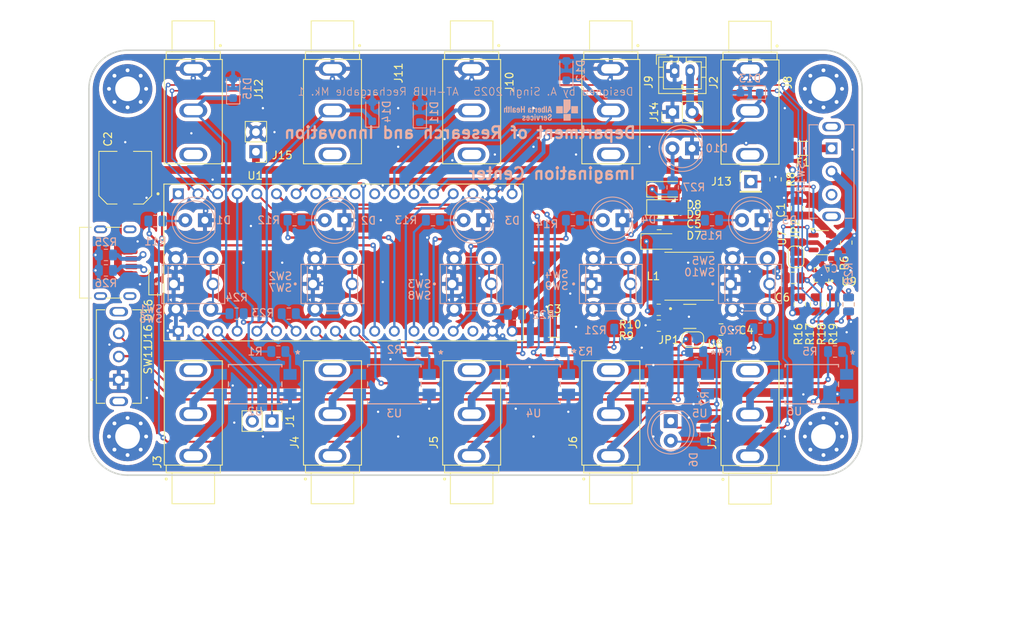
<source format=kicad_pcb>
(kicad_pcb (version 20241229) (generator "pcbnew") (generator_version "9.0")
  (layers (0 "F.Cu" signal) (2 "B.Cu" signal) (13 "F.Paste" user) (15 "B.Paste" user) (5 "F.SilkS" user "F.Silkscreen") (7 "B.SilkS" user "B.Silkscreen") (1 "F.Mask" user) (3 "B.Mask" user) (25 "Edge.Cuts" user))
  (property "SHEETTOTAL" "1")
  (net 0 "")
  (net 1 "Net-(U2-A)")
  (net 2 "/RELAY1")
  (net 3 "/RELAY2")
  (net 4 "Net-(U3-A)")
  (net 5 "Net-(U4-A)")
  (net 6 "/RELAY3")
  (net 7 "/RELAY4")
  (net 8 "Net-(U5-A)")
  (net 9 "/RELAY5")
  (net 10 "Net-(U6-A)")
  (net 11 "/BTN4")
  (net 12 "/BTN3")
  (net 14 "Net-(J1-Pin_1)")
  (net 15 "GND")
  (net 16 "5V")
  (net 17 "/BACKUP_BTN4")
  (net 18 "/BTN5")
  (net 19 "+3V3")
  (net 20 "/PILOT_LED5")
  (net 21 "/BACKUP_BTN1")
  (net 22 "/BTN1")
  (net 24 "/PILOT_LED1")
  (net 25 "/BACKUP_BTN3")
  (net 26 "/BACKUP_BTN2")
  (net 27 "/GAUGE_GPOUT")
  (net 28 "/PILOT_LED2")
  (net 29 "/BACKUP_BTN5")
  (net 30 "/PILOT_LED4")
  (net 32 "/PILOT_LED3")
  (net 34 "Net-(J1-Pin_2)")
  (net 35 "/BTN2")
  (net 37 "Net-(J3-Pad1)")
  (net 38 "Net-(J3-Pad2)")
  (net 39 "Net-(J4-Pad1)")
  (net 40 "Net-(J4-Pad2)")
  (net 41 "Net-(J5-Pad2)")
  (net 42 "Net-(J5-Pad1)")
  (net 43 "Net-(J6-Pad2)")
  (net 44 "Net-(J6-Pad1)")
  (net 45 "Net-(J7-Pad2)")
  (net 46 "Net-(J7-Pad1)")
  (net 57 "/Battery Management/TS")
  (net 58 "Net-(U7-ISET)")
  (net 59 "Net-(D6-K)")
  (net 60 "Net-(D1-A)")
  (net 61 "Net-(D2-A)")
  (net 62 "Net-(D3-A)")
  (net 63 "Net-(D4-A)")
  (net 64 "Net-(D5-A)")
  (net 65 "Net-(D6-A)")
  (net 66 "Net-(U8-FB)")
  (net 67 "Net-(D7-A)")
  (net 68 "/Battery Management/EN")
  (net 69 "/Battery Management/Load{slash}CHRG+")
  (net 70 "SDA")
  (net 71 "SCL")
  (net 72 "/Battery Management/Pack+")
  (net 73 "/Battery Management/VDD_GAUGE")
  (net 74 "Net-(U1-IO12)")
  (net 75 "Net-(U1-IO14)")
  (net 76 "Net-(U1-IO27)")
  (net 77 "Net-(U1-IO33)")
  (net 78 "Net-(U1-IO32)")
  (net 79 "VBUS")
  (net 84 "Net-(J16-CC2)")
  (net 85 "Net-(J16-CC1)")
  (net 86 "Net-(D10-A)")
  (net 87 "/Battery Management/BIN")
  (net 88 "Net-(J14-Pin_2)")
  (net 90 "Net-(SW12-A)")
  (footprint "Capacitor_SMD:C_0805_2012Metric" (layer "F.Cu") (at 185.6 101.9625 180)
    (property "Reference" "C6")
    (property "Value" "2u2")
  )
  (footprint "Connector_PinHeader_2.54mm:PinHeader_1x02_P2.54mm_Vertical" (layer "F.Cu") (at 169.975 80.5 90)
    (property "Reference" "J14")
    (property "Value" "Through Hole")
  )
  (footprint "Resistor_SMD:R_0805_2012Metric" (layer "F.Cu") (at 188.55 105.4 90)
    (property "Reference" "R17")
    (property "Value" "4k7")
  )
  (footprint "Capacitor_SMD:C_0805_2012Metric" (layer "F.Cu") (at 176.25 108.65)
    (property "Reference" "C4")
    (property "Value" "10u")
  )
  (footprint "Resistor_SMD:R_0805_2012Metric" (layer "F.Cu") (at 168.2125 108.15 180)
    (property "Reference" "R9")
    (property "Value" "4k7")
  )
  (footprint "MountingHole:MountingHole_3.2mm_M3_Pad_Via" (layer "F.Cu") (at 99.5 122.5)
    (property "Reference" "H2" (hide yes))
    (property "Value" "MountingHole")
  )
  (footprint "Jumper:SolderJumper-2_P1.3mm_Open_RoundedPad1.0x1.5mm" (layer "F.Cu") (at 185.95 99.25 -90)
    (property "Reference" "JP2")
    (property "Value" "Jumper_2_Open")
  )
  (footprint "Resistor_SMD:R_0805_2012Metric" (layer "F.Cu") (at 192.45 97.4 90)
    (property "Reference" "R6")
    (property "Value" "1k")
  )
  (footprint "AT_HUB_R2:IC_BQ27427YZFR" (layer "F.Cu") (at 189.2575 101.6 180)
    (property "Reference" "U9")
    (property "Value" "BQ27427YZFR")
  )
  (footprint "Package_TO_SOT_SMD:SOT-23-6" (layer "F.Cu") (at 189.35 97.4)
    (property "Reference" "U7")
    (property "Value" "BQ21040DBV")
  )
  (footprint "Resistor_SMD:R_0805_2012Metric" (layer "F.Cu") (at 168.1975 106.1 180)
    (property "Reference" "R10")
    (property "Value" "15k")
  )
  (footprint "Resistor_SMD:R_0805_2012Metric" (layer "F.Cu") (at 186.45 105.4 90)
    (property "Reference" "R16")
    (property "Value" "4k7")
  )
  (footprint "AT_HUB_R2:CUI_MJ-3502" (layer "F.Cu") (at 144 119.45 90)
    (property "Reference" "J5")
    (property "Value" "OUT3")
  )
  (footprint "AT_HUB_R2:CUI_MJ-3502" (layer "F.Cu") (at 126 119.45 90)
    (property "Reference" "J4")
    (property "Value" "OUT2")
  )
  (footprint "Resistor_SMD:R_0805_2012Metric" (layer "F.Cu") (at 190.65 105.4 90)
    (property "Reference" "R18")
    (property "Value" "10k")
  )
  (footprint "Diode_SMD:D_SOD-123" (layer "F.Cu") (at 168.25 97.25)
    (property "Reference" "D7")
    (property "Value" "CDBW140-G")
  )
  (footprint "Capacitor_SMD:C_0805_2012Metric" (layer "F.Cu") (at 168.25 95)
    (property "Reference" "C5")
    (property "Value" "22u")
  )
  (footprint "MountingHole:MountingHole_3.2mm_M3_Pad_Via" (layer "F.Cu") (at 189.5 122.5)
    (property "Reference" "H4" (hide yes))
    (property "Value" "MountingHole")
  )
  (footprint "Fuse:Fuse_1206_3216Metric" (layer "F.Cu") (at 186.85 85.2 180)
    (property "Reference" "F1")
    (property "Value" "500mA")
  )
  (footprint "Resistor_SMD:R_0805_2012Metric" (layer "F.Cu") (at 183.3 89.2125 90)
    (property "Reference" "R8")
    (property "Value" "10k")
  )
  (footprint "AT_HUB_R2:CUI_MJ-3502" (layer "F.Cu") (at 126 80.45 -90)
    (property "Reference" "J11")
    (property "Value" "IN4")
  )
  (footprint "Connector_JST:JST_PH_B2B-PH-K_1x02_P2.00mm_Vertical" (layer "F.Cu") (at 170.25 75.2)
    (property "Reference" "J2")
    (property "Value" "JST")
  )
  (footprint "Diode_SMD:D_SOD-123" (layer "F.Cu") (at 169 90.5)
    (property "Reference" "D8")
    (property "Value" "CDBW140-G")
  )
  (footprint "AT_HUB_R2:SW_SLW-121586-5A-D" (layer "F.Cu") (at 98.3625 112.15 90)
    (property "Reference" "SW11")
    (property "Value" "SW_SPDT")
  )
  (footprint "Connector_PinHeader_2.54mm:PinHeader_1x01_P2.54mm_Vertical" (layer "F.Cu") (at 180.1 89.5)
    (property "Reference" "J13")
    (property "Value" "Pack Thermister")
  )
  (footprint "AT_HUB_R2:SOT95P280X100-5N" (layer "F.Cu") (at 172.215 106.95)
    (property "Reference" "U8")
    (property "Value" "MIC2288YD5-TR")
  )
  (footprint "AT_HUB_R2:XCVR_ESP32-PICO-KIT-V4.1" (layer "F.Cu") (at 127.69 99.975)
    (property "Reference" "U1")
    (property "Value" "ESP32-PICO-DEVKITM-2")
  )
  (footprint "Connector_PinHeader_2.54mm:PinHeader_1x02_P2.54mm_Vertical" (layer "F.Cu") (at 116.1 85.64 180)
    (property "Reference" "J15")
    (property "Value" "EXT Charge Port")
  )
  (footprint "AT_HUB_R2:CUI_MJ-3502" (layer "F.Cu") (at 162 80.45 -90)
    (property "Reference" "J9")
    (property "Value" "IN2")
  )
  (footprint "Connector_USB:USB_C_Receptacle_HRO_TYPE-C-31-M-17" (layer "F.Cu") (at 96.8 100 -90)
    (property "Reference" "J16")
    (property "Value" "USB_C_Receptacle_PowerOnly_6P")
  )
  (footprint "Diode_SMD:D_SOD-123" (layer "F.Cu") (at 169 92.85)
    (property "Reference" "D9")
    (property "Value" "CDBW140-G")
  )
  (footprint "Capacitor_SMD:C_1210_3225Metric" (layer "F.Cu") (at 154.625 108.3)
    (property "Reference" "C3")
    (property "Value" "100u")
  )
  (footprint "AT_HUB_R2:CUI_MJ-3502" (layer "F.Cu") (at 180 80.5 -90)
    (property "Reference" "J8")
    (property "Value" "IN1")
  )
  (footprint "Inductor_SMD:L_Taiyo-Yuden_NR-60xx" (layer "F.Cu") (at 172.125 101.75 180)
    (property "Reference" "L1")
    (property "Value" "4u7")
  )
  (footprint "AT_HUB_R2:CUI_MJ-3502" (layer "F.Cu") (at 162 119.45 90)
    (property "Reference" "J6")
    (property "Value" "OUT4")
  )
  (footprint "MountingHole:MountingHole_3.2mm_M3_Pad_Via" (layer "F.Cu") (at 99.5 77.5)
    (property "Reference" "H1" (hide yes))
    (property "Value" "MountingHole")
  )
  (footprint "AT_HUB_R2:CUI_MJ-3502" (layer "F.Cu") (at 108 80.45 -90)
    (property "Reference" "J12")
    (property "Value" "IN5")
  )
  (footprint "Connector_PinHeader_2.54mm:PinHeader_1x02_P2.54mm_Vertical" (layer "F.Cu") (at 118.175 120.5 -90)
    (property "Reference" "J1")
    (property "Value" "ESP Current SNS")
  )
  (footprint "AT_HUB_R2:CUI_MJ-3502" (layer "F.Cu") (at 108 119.45 90)
    (property "Reference" "J3")
    (property "Value" "OUT1")
  )
  (footprint "AT_HUB_R2:CUI_MJ-3502" (layer "F.Cu") (at 144 80.45 -90)
    (property "Reference" "J10")
    (property "Value" "IN3")
  )
  (footprint "MountingHole:MountingHole_3.2mm_M3_Pad_Via" (layer "F.Cu") (at 189.5 77.5)
    (property "Reference" "H3" (hide yes))
    (property "Value" "MountingHole")
  )
  (footprint "AT_HUB_R2:CUI_MJ-3502" (layer "F.Cu") (at 180 119.5 90)
    (property "Reference" "J7")
    (property "Value" "OUT5")
  )
  (footprint "Resistor_SMD:R_0805_2012Metric" (layer "F.Cu") (at 192.75 105.4 -90)
    (property "Reference" "R19")
    (property "Value" "10k")
  )
  (footprint "Diode_SMD:D_SOD-323_HandSoldering" (layer "F.Cu") (at 103.1 102.15 90)
    (property "Reference" "D16")
    (property "Value" "D_TVS")
  )
  (footprint "Capacitor_SMD:C_Elec_6.3x7.7" (layer "F.Cu") (at 99.2 89 90)
    (property "Reference" "C2")
    (property "Value" "100u")
  )
  (footprint "Jumper:SolderJumper-2_P1.3mm_Open_RoundedPad1.0x1.5mm" (layer "F.Cu") (at 172.6 109.95)
    (property "Reference" "JP1")
    (property "Value" "Jumper_2_Open")
  )
  (footprint "Capacitor_SMD:C_0805_2012Metric" (layer "F.Cu") (at 186.1 92.95 90)
    (property "Reference" "C1")
    (property "Value" "10u")
  )
  (footprint "AT_HUB_R2:SW_800AWSP9M2QE" (layer "B.Cu") (at 162 102.75)
    (property "Reference" "SW9")
    (property "Value" "SW_Push")
  )
  (footprint "Capacitor_SMD:C_0805_2012Metric" (layer "B.Cu") (at 190.45 99.1)
    (property "Reference" "C7")
    (property "Value" "1u")
  )
  (footprint "AT_HUB_R2:11-5B201S_TOS" (layer "B.Cu") (at 116 115.73 180)
    (property "Reference" "U2")
    (property "Value" "TLP241A(TP1,F")
  )
  (footprint "Resistor_SMD:R_0805_2012Metric" (layer "B.Cu") (at 181.35 108.55 180)
    (property "Reference" "R20")
    (property "Value" "10k")
  )
  (footprint "Resistor_SMD:R_0805_2012Metric" (layer "B.Cu") (at 173.0375 111.5)
    (property "Reference" "R4")
    (property "Value" "300R")
  )
  (footprint "AT_HUB_R2:SW_SLW-121586-5A-D" (layer "B.Cu") (at 190.55 88.2 -90)
    (property "Reference" "SW12")
    (property "Value" "SW_SPDT")
  )
  (footprint "LED_THT:LED_D5.0mm" (layer "B.Cu") (at 109.5 94.5 180)
    (property "Reference" "D1")
    (property "Value" "LED")
  )
  (footprint "Resistor_SMD:R_0805_2012Metric" (layer "B.Cu") (at 174.25 122.25 -90)
    (property "Reference" "R7")
    (property "Value" "600R")
  )
  (footprint "LED_THT:LED_D5.0mm" (layer "B.Cu") (at 145.5 94.5 180)
    (property "Reference" "D3")
    (property "Value" "LED")
  )
  (footprint "Button_Switch_THT:SW_PUSH_6mm" (layer "B.Cu") (at 123.75 99.5 -90)
    (property "Reference" "SW2")
    (property "Value" "SW_Push")
  )
  (footprint "AT_HUB_R2:11-5B201S_TOS" (layer "B.Cu") (at 170 115.73 180)
    (property "Reference" "U5")
    (property "Value" "TLP241A(TP1,F")
  )
  (footprint "LOGO" (layer "B.Cu") (at 153 80.25 180)
    (property "Reference" "G***" (hide yes))
    (property "Value" "LOGO" (hide yes))
  )
  (footprint "Button_Switch_THT:SW_PUSH_6mm" (layer "B.Cu") (at 159.75 99.5 -90)
    (property "Reference" "SW4")
    (property "Value" "SW_Push")
  )
  (footprint "LED_THT:LED_D5.0mm" (layer "B.Cu") (at 127.54 94.5 180)
    (property "Reference" "D2")
    (property "Value" "LED")
  )
  (footprint "Diode_SMD:D_SOD-323_HandSoldering" (layer "B.Cu") (at 180 78 180)
    (property "Reference" "D13")
    (property "Value" "D_TVS")
  )
  (footprint "Resistor_SMD:R_0805_2012Metric" (layer "B.Cu") (at 170 90.25 -90)
    (property "Reference" "R27")
    (property "Value" "600R")
  )
  (footprint "AT_HUB_R2:11-5B201S_TOS" (layer "B.Cu") (at 187.9915 115.73 180)
    (property "Reference" "U6")
    (property "Value" "TLP241A(TP1,F")
  )
  (footprint "AT_HUB_R2:SW_800AWSP9M2QE" (layer "B.Cu") (at 126 102.75)
    (property "Reference" "SW7")
    (property "Value" "SW_Push")
  )
  (footprint "Resistor_SMD:R_0805_2012Metric" (layer "B.Cu") (at 119 111.5)
    (property "Reference" "R1")
    (property "Value" "300R")
  )
  (footprint "Resistor_SMD:R_0805_2012Metric" (layer "B.Cu") (at 139 94.5)
    (property "Reference" "R13")
    (property "Value" "10k")
  )
  (footprint "LED_THT:LED_D5.0mm" (layer "B.Cu") (at 181.5 94.5 180)
    (property "Reference" "D5")
    (property "Value" "LED")
  )
  (footprint "Button_Switch_THT:SW_PUSH_6mm" (layer "B.Cu") (at 105.75 99.5 -90)
    (property "Reference" "SW1")
    (property "Value" "SW_Push")
  )
  (footprint "LED_THT:LED_D5.0mm" (layer "B.Cu") (at 169.75 120.5 -90)
    (property "Reference" "D6")
    (property "Value" "BLUE")
  )
  (footprint "AT_HUB_R2:11-5B201S_TOS" (layer "B.Cu") (at 152.0085 115.73 180)
    (property "Reference" "U4")
    (property "Value" "TLP241A(TP1,F")
  )
  (footprint "Resistor_SMD:R_0805_2012Metric" (layer "B.Cu") (at 121.1 94.5)
    (property "Reference" "R12")
    (property "Value" "10k")
  )
  (footprint "Resistor_SMD:R_0805_2012Metric" (layer "B.Cu") (at 96.7 101)
    (property "Reference" "R26")
    (property "Value" "5k1")
  )
  (footprint "Diode_SMD:D_SOD-323_HandSoldering" (layer "B.Cu") (at 137.3 80.55 90)
    (property "Reference" "D11")
    (property "Value" "D_TVS")
  )
  (footprint "Diode_SMD:D_SOD-323_HandSoldering" (layer "B.Cu") (at 113.15 77.45 90)
    (property "Reference" "D15")
    (property "Value" "D_TVS")
  )
  (footprint "Button_Switch_THT:SW_PUSH_6mm" (layer "B.Cu") (at 141.75 99.5 -90)
    (property "Reference" "SW3")
    (property "Value" "SW_Push")
  )
  (footprint "AT_HUB_R2:SW_800AWSP9M2QE" (layer "B.Cu") (at 108 102.75)
    (property "Reference" "SW6")
    (property "Value" "SW_Push")
  )
  (footprint "AT_HUB_R2:SW_800AWSP9M2QE" (layer "B.Cu") (at 144 102.75)
    (property "Reference" "SW8")
    (property "Value" "SW_Push")
  )
  (footprint "Resistor_SMD:R_0805_2012Metric" (layer "B.Cu") (at 103.1 94.6)
    (property "Reference" "R11")
    (property "Value" "10k")
  )
  (footprint "AT_HUB_R2:SW_800AWSP9M2QE" (layer "B.Cu") (at 180 102.75)
    (property "Reference" "SW10")
    (property "Value" "SW_Push")
  )
  (footprint "Button_Switch_THT:SW_PUSH_6mm" (layer "B.Cu") (at 177.75 99.5 -90)
    (property "Reference" "SW5")
    (property "Value" "SW_Push")
  )
  (footprint "AT_HUB_R2:11-5B201S_TOS" (layer "B.Cu") (at 134 115.73 180)
    (property "Reference" "U3")
    (property "Value" "TLP241A(TP1,F")
  )
  (footprint "Resistor_SMD:R_0805_2012Metric" (layer "B.Cu") (at 163.35 108.6 180)
    (property "Reference" "R21")
    (property "Value" "10k")
  )
  (footprint "Resistor_SMD:R_0805_2012Metric" (layer "B.Cu") (at 149.6 106.7)
    (property "Reference" "R22")
    (property "Value" "10k")
  )
  (footprint "Resistor_SMD:R_0805_2012Metric" (layer "B.Cu") (at 191 111.5)
    (property "Reference" "R5")
    (property "Value" "300R")
  )
  (footprint "Diode_SMD:D_SOD-323_HandSoldering" (layer "B.Cu") (at 156.25 75.15 90)
    (property "Reference" "D12")
    (property "Value" "D_TVS")
  )
  (footprint "Resistor_SMD:R_0805_2012Metric" (layer "B.Cu") (at 175.0875 94.5)
    (property "Reference" "R15")
    (property "Value" "10k")
  )
  (footprint "Resistor_SMD:R_0805_2012Metric" (layer "B.Cu") (at 137 111.5)
    (property "Reference" "R2")
    (property "Value" "300R")
  )
  (footprint "Resistor_SMD:R_0805_2012Metric" (layer "B.Cu") (at 157.1 94.5)
    (property "Reference" "R14")
    (property "Value" "10k")
  )
  (footprint "Resistor_SMD:R_0805_2012Metric" (layer "B.Cu") (at 96.7 99 180)
    (property "Reference" "R25")
    (property "Value" "5k1")
  )
  (footprint "Resistor_SMD:R_0805_2012Metric" (layer "B.Cu") (at 155 111.5)
    (property "Reference" "R3")
    (property "Value" "300R")
  )
  (footprint "Diode_SMD:D_SOD-323_HandSoldering" (layer "B.Cu") (at 131.15 80.45 90)
    (property "Reference" "D14")
    (property "Value" "D_TVS")
  )
  (footprint "LED_THT:LED_D5.0mm" (layer "B.Cu") (at 172.5 85.2 180)
    (property "Reference" "D10")
    (property "Value" "BLUE")
  )
  (footprint "Resistor_SMD:R_0805_2012Metric" (layer "B.Cu") (at 113.6 106.6)
    (property "Reference" "R24")
    (property "Value" "10k")
  )
  (footprint "Resistor_SMD:R_0805_2012Metric" (layer "B.Cu") (at 192.75 105.4 90)
    (property "Reference" "R28")
    (property "Value" "10k")
  )
  (footprint "LED_THT:LED_D5.0mm" (layer "B.Cu") (at 163.5 94.5 180)
    (property "Reference" "D4")
    (property "Value" "LED")
  )
  (footprint "Resistor_SMD:R_0805_2012Metric" (layer "B.Cu") (at 120.35 106.6 180)
    (property "Reference" "R23")
    (property "Value" "10k")
  )
  (gr_line (start 99.5 72.5) (end 189.5 72.5) (stroke (width 0.2)) (layer "Edge.Cuts"))
  (gr_arc (start 194.5 122.5) (mid 193.035534 126.035534) (end 189.5 127.5) (stroke (width 0.2)) (layer "Edge.Cuts"))
  (gr_line (start 94.5 122.5) (end 94.5 77.5) (stroke (width 0.2)) (layer "Edge.Cuts"))
  (gr_arc (start 99.5 127.5) (mid 95.964466 126.035534) (end 94.5 122.5) (stroke (width 0.2)) (layer "Edge.Cuts"))
  (gr_arc (start 94.5 77.5) (mid 95.964466 73.964466) (end 99.5 72.5) (stroke (width 0.2)) (layer "Edge.Cuts"))
  (gr_arc (start 189.5 72.5) (mid 193.035534 73.964466) (end 194.5 77.5) (stroke (width 0.2)) (layer "Edge.Cuts"))
  (gr_line (start 194.5 77.5) (end 194.5 122.5) (stroke (width 0.2)) (layer "Edge.Cuts"))
  (gr_line (start 189.5 127.5) (end 99.5 127.5) (stroke (width 0.2)) (layer "Edge.Cuts"))
  (gr_text "AT-HUB Rechargable Mk. 1" (at 142.4 78.45 0) (layer "B.SilkS") (effects (font (size 1 1) (thickness 0.1)) (justify left bottom mirror)))
  (gr_text "Imagination Center" (at 165.35 89.35 0) (layer "B.SilkS") (effects (font (size 1.5 1.5) (thickness 0.3) (bold yes)) (justify left bottom mirror)))
  (gr_text "Department of Research and Innovation" (at 165.4 84.05 0) (layer "B.SilkS") (effects (font (size 1.5 1.5) (thickness 0.3) (bold yes)) (justify left bottom mirror)))
  (gr_text "Designed by A. Singh 2025" (at 165 78.45 0) (layer "B.SilkS") (effects (font (size 1 1) (thickness 0.1)) (justify left bottom mirror)))
  (segment (start 120.5085 114.46) (end 120.5085 112.096) (width 0.3) (layer "B.Cu") (net 1))
  (segment (start 120.5085 112.096) (end 119.9125 111.5) (width 0.3) (layer "B.Cu") (net 1))
  (segment (start 118.0875 111.5) (end 115.9 111.5) (width 0.3) (layer "B.Cu") (net 2))
  (segment (start 115.9 111.5) (end 115.165 110.765) (width 0.3) (layer "B.Cu") (net 2))
  (segment (start 113.68 103.68) (end 113.68 91.085) (width 0.3) (layer "B.Cu") (net 2))
  (segment (start 115.165 110.765) (end 115.165 108.026364) (width 0.3) (layer "B.Cu") (net 2))
  (segment (start 115.165 108.026364) (end 115.65 107.541364) (width 0.3) (layer "B.Cu") (net 2))
  (segment (start 115.65 105.65) (end 113.68 103.68) (width 0.3) (layer "B.Cu") (net 2))
  (segment (start 115.65 107.541364) (end 115.65 105.65) (width 0.3) (layer "B.Cu") (net 2))
  (segment (start 139.755 92.95) (end 141.62 91.085) (width 0.3) (layer "B.Cu") (net 3))
  (segment (start 135.485 110.8975) (end 135.485 94.965) (width 0.3) (layer "B.Cu") (net 3))
  (segment (start 137.5 92.95) (end 139.755 92.95) (width 0.3) (layer "B.Cu") (net 3))
  (segment (start 135.485 94.965) (end 137.5 92.95) (width 0.3) (layer "B.Cu") (net 3))
  (segment (start 136.0875 111.5) (end 135.485 110.8975) (width 0.3) (layer "B.Cu") (net 3))
  (segment (start 138.5085 114.46) (end 138.5085 112.096) (width 0.3) (layer "B.Cu") (net 4))
  (segment (start 138.5085 112.096) (end 137.9125 111.5) (width 0.3) (layer "B.Cu") (net 4))
  (segment (start 156.517 112.1045) (end 155.9125 111.5) (width 0.3) (layer "B.Cu") (net 5))
  (segment (start 156.517 114.46) (end 156.517 112.1045) (width 0.3) (layer "B.Cu") (net 5))
  (segment (start 120.175 92.5) (end 118.76 91.085) (width 0.3) (layer "F.Cu") (net 6))
  (segment (start 152.35 92.5) (end 120.175 92.5) (width 0.3) (layer "F.Cu") (net 6))
  (segment (start 153.6 93.75) (end 152.35 92.5) (width 0.3) (layer "F.Cu") (net 6))
  (segment (start 153.75 93.75) (end 153.6 93.75) (width 0.3) (layer "F.Cu") (net 6))
  (via (at 153.75 93.75) (size 0.7) (drill 0.3) (layers "F.Cu" "B.Cu") (net 6))
  (segment (start 154.75 110.8375) (end 154.0875 111.5) (width 0.3) (layer "B.Cu") (net 6))
  (segment (start 153.75 93.75) (end 153.75 93.9) (width 0.3) (layer "B.Cu") (net 6))
  (segment (start 154.75 94.9) (end 154.75 110.8375) (width 0.3) (layer "B.Cu") (net 6))
  (segment (start 153.75 93.9) (end 154.75 94.9) (width 0.3) (layer "B.Cu") (net 6))
  (segment (start 171.146724 112) (end 152.375 112) (width 0.25) (layer "F.Cu") (net 7))
  (segment (start 171.457266 111.689458) (end 171.146724 112) (width 0.25) (layer "F.Cu") (net 7))
  (segment (start 152.5 94) (end 151.5 93) (width 0.25) (layer "F.Cu") (net 7))
  (segment (start 118.135 93) (end 116.22 91.085) (width 0.25) (layer "F.Cu") (net 7))
  (segment (start 152.375 112) (end 152 111.625) (width 0.25) (layer "F.Cu") (net 7))
  (segment (start 151.5 93) (end 118.135 93) (width 0.25) (layer "F.Cu") (net 7))
  (via (at 171.457266 111.689458) (size 0.7) (drill 0.3) (layers "F.Cu" "B.Cu") (net 7))
  (via (at 152.5 94) (size 0.7) (drill 0.3) (layers "F.Cu" "B.Cu") (net 7))
  (via (at 152 111.625) (size 0.7) (drill 0.3) (layers "F.Cu" "B.Cu") (net 7))
  (segment (start 152.5 94) (end 152.676 94.176) (width 0.25) (layer "B.Cu") (net 7))
  (segment (start 152.676 110.949) (end 152 111.625) (width 0.25) (layer "B.Cu") (net 7))
  (segment (start 171.646724 111.5) (end 171.457266 111.689458) (width 0.25) (layer "B.Cu") (net 7))
  (segment (start 152.676 94.176) (end 152.676 110.949) (width 0.25) (layer "B.Cu") (net 7))
  (segment (start 172.125 111.5) (end 171.646724 111.5) (width 0.25) (layer "B.Cu") (net 7))
  (segment (start 174.5085 114.46) (end 174.5085 112.0585) (width 0.3) (layer "B.Cu") (net 8))
  (segment (start 174.5085 112.0585) (end 173.95 111.5) (width 0.3) (layer "B.Cu") (net 8))
  (segment (start 129.75 89.75) (end 122.635 89.75) (width 0.3) (layer "F.Cu") (net 9))
  (segment (start 122.635 89.75) (end 121.3 91.085) (width 0.3) (layer "F.Cu") (net 9))
  (segment (start 189.6 115.6) (end 190.1 115.1) (width 0.3) (layer "F.Cu") (net 9))
  (segment (start 130 90) (end 129.75 89.75) (width 0.3) (layer "F.Cu") (net 9))
  (segment (start 132.3 115.6) (end 189.6 115.6) (width 0.3) (layer "F.Cu") (net 9))
  (via (at 132.3 115.6) (size 0.7) (drill 0.3) (layers "F.Cu" "B.Cu") (net 9))
  (via (at 190.1 115.1) (size 0.7) (drill 0.3) (layers "F.Cu" "B.Cu") (net 9))
  (via (at 130 90) (size 0.7) (drill 0.3) (layers "F.Cu" "B.Cu") (net 9))
  (segment (start 131.55 110.955) (end 131.55 114.85) (width 0.3) (layer "B.Cu") (net 9))
  (segment (start 131.55 114.85) (end 132.3 115.6) (width 0.3) (layer "B.Cu") (net 9))
  (segment (start 190.0875 111.5) (end 190.0875 115.0875) (width 0.3) (layer "B.Cu") (net 9))
  (segment (start 130 90) (end 130 109.405) (width 0.3) (layer "B.Cu") (net 9))
  (segment (start 190.0875 115.0875) (end 190.1 115.1) (width 0.3) (layer "B.Cu") (net 9))
  (segment (start 130 109.405) (end 131.55 110.955) (width 0.3) (layer "B.Cu") (net 9))
  (segment (start 192.5 112.0875) (end 191.9125 111.5) (width 0.3) (layer "B.Cu") (net 10))
  (segment (start 192.5 114.46) (end 192.5 112.0875) (width 0.3) (layer "B.Cu") (net 10))
  (segment (start 131.15 81.5) (end 131.15 81.7) (width 0.5) (layer "B.Cu") (net 11))
  (segment (start 116.22 108.865) (end 117.5 107.585) (width 0.3) (layer "B.Cu") (net 11))
  (segment (start 117.5 107.585) (end 117.5 88.15) (width 0.3) (layer "B.Cu") (net 11))
  (segment (start 125.35 80.3) (end 126 80.3) (width 0.3) (layer "B.Cu") (net 11))
  (segment (start 129.95 80.3) (end 131.15 81.5) (width 0.5) (layer "B.Cu") (net 11))
  (segment (start 126 80.3) (end 129.95 80.3) (width 0.5) (layer "B.Cu") (net 11))
  (segment (start 117.5 88.15) (end 125.35 80.3) (width 0.3) (layer "B.Cu") (net 11))
  (segment (start 134 88.2) (end 141.9 80.3) (width 0.3) (layer "B.Cu") (net 12))
  (segment (start 137.3 81.8) (end 140.4 81.8) (width 0.5) (layer "B.Cu") (net 12))
  (segment (start 141.9 80.3) (end 144 80.3) (width 0.5) (layer "B.Cu") (net 12))
  (segment (start 140.4 81.8) (end 141.9 80.3) (width 0.5) (layer "B.Cu") (net 12))
  (segment (start 134 91.085) (end 134 88.2) (width 0.3) (layer "B.Cu") (net 12))
  (segment (start 118.175 115.9) (end 111.14 108.865) (width 0.25) (layer "B.Cu") (net 14))
  (segment (start 118.175 120.5) (end 118.175 115.9) (width 0.25) (layer "B.Cu") (net 14))
  (segment (start 192.45 96.4875) (end 193.4875 96.4875) (width 0.5) (layer "F.Cu") (net 15))
  (segment (start 191.3 101.1) (end 191.35 101.05) (width 0.3) (layer "F.Cu") (net 15))
  (segment (start 146.7 94.5) (end 146.8 94.6) (width 0.5) (layer "F.Cu") (net 15))
  (segment (start 190.4875 97.4) (end 191.5375 97.4) (width 0.5) (layer "F.Cu") (net 15))
  (segment (start 146.7 91.085) (end 146.915 91.085) (width 0.5) (layer "F.Cu") (net 15))
  (segment (start 177.2 108.65) (end 177.75 108.65) (width 0.5) (layer "F.Cu") (net 15))
  (segment (start 172.05 106.95) (end 172.1 107) (width 0.5) (layer "F.Cu") (net 15))
  (segment (start 183.3 88.3) (end 183.3 88.9) (width 0.25) (layer "F.Cu") (net 15))
  (segment (start 167.3 108.15) (end 166.55 108.15) (width 0.5) (layer "F.Cu") (net 15))
  (segment (start 146.915 91.085) (end 147.7 90.3) (width 0.5) (layer "F.Cu") (net 15))
  (segment (start 184.569698 101.882198) (end 184.65 101.9625) (width 0.5) (layer "F.Cu") (net 15))
  (segment (start 100.8 97.25) (end 99.98 97.25) (width 0.5) (layer "F.Cu") (net 15))
  (segment (start 191.5375 97.4) (end 192.45 96.4875) (width 0.5) (layer "F.Cu") (net 15))
  (segment (start 99.98 102.75) (end 101.05 102.75) (width 0.5) (layer "F.Cu") (net 15))
  (segment (start 193.05 107.55) (end 192.75 107.25) (width 0.5) (layer "F.Cu") (net 15))
  (segment (start 193.05 107.65) (end 193.05 107.55) (width 0.5) (layer "F.Cu") (net 15))
  (segment (start 145.5 94.5) (end 146.7 94.5) (width 0.5) (layer "F.Cu") (net 15))
  (segment (start 192.75 107.25) (end 192.75 106.3125) (width 0.5) (layer "F.Cu") (net 15))
  (segment (start 171.03 106.95) (end 172.05 106.95) (width 0.5) (layer "F.Cu") (net 15))
  (segment (start 166.55 108.15) (end 166.5 108.1) (width 0.5) (layer "F.Cu") (net 15))
  (segment (start 181.5 94.5) (end 182.9 94.5) (width 0.5) (layer "F.Cu") (net 15))
  (segment (start 101.05 102.75) (end 101.1 102.8) (width 0.5) (layer "F.Cu") (net 15))
  (segment (start 101.1 102.8) (end 102.5 102.8) (width 0.5) (layer "F.Cu") (net 15))
  (segment (start 99.2 86.4625) (end 99.2 84.4) (width 0.5) (layer "F.Cu") (net 15))
  (segment (start 102.5 102.8) (end 103.1 103.4) (width 0.5) (layer "F.Cu") (net 15))
  (segment (start 177.75 108.65) (end 177.8 108.7) (width 0.5) (layer "F.Cu") (net 15))
  (segment (start 164.7 94.5) (end 164.8 94.4) (width 0.5) (layer "F.Cu") (net 15))
  (segment (start 193.4875 96.4875) (end 193.5 96.5) (width 0.5) (layer "F.Cu") (net 15))
  (segment (start 189.7575 101.1) (end 191.3 101.1) (width 0.3) (layer "F.Cu") (net 15))
  (segment (start 184.8 92) (end 184.4 91.6) (width 0.25) (layer "F.Cu") (net 15))
  (segment (start 163.5 94.5) (end 164.7 94.5) (width 0.5) (layer "F.Cu") (net 15))
  (segment (start 183.607198 101.882198) (end 184.569698 101.882198) (width 0.5) (layer "F.Cu") (net 15))
  (segment (start 186.1 92) (end 184.8 92) (width 0.25) (layer "F.Cu") (net 15))
  (segment (start 156.1 108.3) (end 157.5 108.3) (width 0.25) (layer "F.Cu") (net 15))
  (via (at 128.9 94.5) (size 0.7) (drill 0.3) (layers "F.Cu" "B.Cu") (net 15))
  (via (at 100.8 97.25) (size 0.7) (drill 0.3) (layers "F.Cu" "B.Cu") (net 15))
  (via (at 117 80) (size 0.7) (drill 0.3) (layers "F.Cu" "B.Cu") (net 15))
  (via (at 193 101) (size 0.7) (drill 0.3) (layers "F.Cu" "B.Cu") (net 15))
  (via (at 172.1 120.05) (size 0.7) (drill 0.3) (layers "F.Cu" "B.Cu") (net 15))
  (via (at 101.95 91.6) (size 0.7) (drill 0.3) (layers "F.Cu" "B.Cu") (net 15))
  (via (at 166.5 108.1) (size 0.7) (drill 0.3) (layers "F.Cu" "B.Cu") (net 15))
  (via (at 157.5 86) (size 0.7) (drill 0.3) (layers "F.Cu" "B.Cu") (net 15))
  (via (at 134.5 80) (size 0.7) (drill 0.3) (layers "F.Cu" "B.Cu") (net 15))
  (via (at 113.3 120.7) (size 0.7) (drill 0.3) (layers "F.Cu" "B.Cu") (net 15))
  (via (at 114.5 100) (size 0.7) (drill 0.3) (layers "F.Cu" "B.Cu") (net 15))
  (via (at 162 100) (size 0.7) (drill 0.3) (layers "F.Cu" "B.Cu") (net 15))
  (via (at 173.7 85.3) (size 0.7) (drill 0.3) (layers "F.Cu" "B.Cu") (net 15))
  (via (at 177.15 120.45) (size 0.7) (drill 0.3) (layers "F.Cu" "B.Cu") (net 15))
  (via (at 172.25 92) (size 0.7) (drill 0.3) (layers "F.Cu" "B.Cu") (net 15))
  (via (at 183.3 88.9) (size 0.7) (drill 0.3) (layers "F.Cu" "B.Cu") (net 15))
  (via (at 145 102) (size 0.7) (drill 0.3) (layers "F.Cu" "B.Cu") (net 15))
  (via (at 161.9 76.3) (size 0.7) (drill 0.3) (layers "F.Cu" "B.Cu") (net 15))
  (via (at 156.5 119.3) (size 0.7) (drill 0.3) (layers "F.Cu" "B.Cu") (net 15))
  (via (at 156.75 104) (size 0.7) (drill 0.3) (layers "F.Cu" "B.Cu") (net 15))
  (via (at 191.3 117) (size 0.7) (drill 0.3) (layers "F.Cu" "B.Cu") (net 15))
  (via (at 109.6 93.3) (size 0.7) (drill 0.3) (layers "F.Cu" "B.Cu") (net 15))
  (via (at 113.1 115.9) (size 0.7) (drill 0.3) (layers "F.Cu" "B.Cu") (net 15))
  (via (at 147.7 90.3) (size 0.7) (drill 0.3) (layers "F.Cu" "B.Cu") (net 15))
  (via (at 141.5 86.75) (size 0.7) (drill 0.3) (layers "F.Cu" "B.Cu") (net 15))
  (via (at 133.5 112.5) (size 0.7) (drill 0.3) (layers "F.Cu" "B.Cu") (net 15))
  (via (at 95.35 99) (size 0.7) (drill 0.3) (layers "F.Cu" "B.Cu") (net 15))
  (via (at 140.5 84) (size 0.7) (drill 0.3) (layers "F.Cu" "B.Cu") (net 15))
  (via (at 135.5 90) (size 0.7) (drill 0.3) (layers "F.Cu" "B.Cu") (net 15))
  (via (at 119.5 100) (size 0.7) (drill 0.3) (layers "F.Cu" "B.Cu") (net 15))
  (via (at 179 106.2) (size 0.7) (drill 0.3) (layers "F.Cu" "B.Cu") (net 15))
  (via (at 164.8 94.4) (size 0.7) (drill 0.3) (layers "F.Cu" "B.Cu") (net 15))
  (via (at 148 109.5) (size 0.7) (drill 0.3) (layers "F.Cu" "B.Cu") (net 15))
  (via (at 193.5 96.5) (size 0.6) (drill 0.3) (layers "F.Cu" "B.Cu") (net 15))
  (via (at 95.35 101) (size 0.7) (drill 0.3) (layers "F.Cu" "B.Cu") (net 15))
  (via (at 102 117.5) (size 0.7) (drill 0.3) (layers "F.Cu" "B.Cu") (net 15))
  (via (at 138.5 118.9) (size 0.7) (drill 0.3) (layers "F.Cu" "B.Cu") (net 15))
  (via (at 116.7 115.9) (size 0.7) (drill 0.3) (layers "F.Cu" "B.Cu") (net 15))
  (via (at 183.607198 101.882198) (size 0.7) (drill 0.3) (layers "F.Cu" "B.Cu") (net 15))
  (via (at 179.5 84.5) (size 0.7) (drill 0.3) (layers "F.Cu" "B.Cu") (net 15))
  (via (at 149.7 118.9) (size 0.7) (drill 0.3) (layers "F.Cu" "B.Cu") (net 15))
  (via (at 172 100) (size 0.7) (drill 0.3) (layers "F.Cu" "B.Cu") (net 15))
  (via (at 172.1 107) (size 0.7) (drill 0.3) (layers "F.Cu" "B.Cu") (net 15))
  (via (at 104.7 108.8) (size 0.7) (drill 0.3) (layers "F.Cu" "B.Cu") (net 15))
  (via (at 172.75 93) (size 0.7) (drill 0.3) (layers "F.Cu" "B.Cu") (net 15))
  (via (at 184.5 80) (size 0.7) (drill 0.3) (layers "F.Cu" "B.Cu") (net 15))
  (via (at 184.5 122.5) (size 0.7) (drill 0.3) (layers "F.Cu" "B.Cu") (net 15))
  (via (at 153.7 105.7) (size 0.7) (drill 0.3) (layers "F.Cu" "B.Cu") (net 15))
  (via (at 166 111) (size 0.7) (drill 0.3) (layers "F.Cu" "B.Cu") (net 15))
  (via (at 193.05 107.65) (size 0.7) (drill 0.3) (layers "F.Cu" "B.Cu") (net 15))
  (via (at 152 100) (size 0.7) (drill 0.3) (layers "F.Cu" "B.Cu") (net 15))
  (via (at 150 83.5) (size 0.7) (drill 0.3) (layers "F.Cu" "B.Cu") (net 15))
  (via (at 177.8 108.7) (size 0.7) (drill 0.3) (layers "F.Cu" "B.Cu") (net 15))
  (via (at 110.5 89.25) (size 0.7) (drill 0.3) (layers "F.Cu" "B.Cu") (net 15))
  (via (at 189.2575 101.6) (size 0.35) (drill 0.2) (layers "F.Cu" "B.Cu") (net 15))
  (via (at 166.95 118.8) (size 0.7) (drill 0.3) (layers "F.Cu" "B.Cu") (net 15))
  (via (at 183.55 101.1) (size 0.7) (drill 0.3) (layers "F.Cu" "B.Cu") (net 15))
  (via (at 191.35 101.05) (size 0.6) (drill 0.3) (layers "F.Cu" "B.Cu") (net 15))
  (via (at 157.5 108.3) (size 0.7) (drill 0.3) (layers "F.Cu" "B.Cu") (net 15))
  (via (at 167 85) (size 0.7) (drill 0.3) (layers "F.Cu" "B.Cu") (net 15))
  (via (at 138.25 96.75) (size 0.7) (drill 0.3) (layers "F.Cu" "B.Cu") (net 15))
  (via (at 131.9 119.3) (size 0.7) (drill 0.3) (layers "F.Cu" "B.Cu") (net 15))
  (via (at 167.5 122.5) (size 0.7) (drill 0.3) (layers "F.Cu" "B.Cu") (net 15))
  (via (at 167.5 80) (size 0.7) (drill 0.3) (layers "F.Cu" "B.Cu") (net 15))
  (via (at 167.5 113.25) (size 0.7) (drill 0.3) (layers "F.Cu" "B.Cu") (net 15))
  (via (at 117 122.5) (size 0.7) (drill 0.3) (layers "F.Cu" "B.Cu") (net 15))
  (via (at 108 76.1) (size 0.7) (drill 0.3) (layers "F.Cu" "B.Cu") (net 15))
  (via (at 147 86) (size 0.7) (drill 0.3) (layers "F.Cu" "B.Cu") (net 15))
  (via (at 179.5 100) (size 0.7) (drill 0.3) (layers "F.Cu" "B.Cu") (net 15))
  (via (at 124.7 102.7) (size 0.7) (drill 0.3) (layers "F.Cu" "B.Cu") (net 15))
  (via (at 151.5 113.5) (size 0.7) (drill 0.3) (layers "F.Cu" "B.Cu") (net 15))
  (via (at 101.1 102.8) (size 0.7) (drill 0.3) (layers "F.Cu" "B.Cu") (net 15))
  (via (at 132.25 94.5) (size 0.7) (drill 0.3) (layers "F.Cu" "B.Cu") (net 15))
  (via (at 152 85) (size 0.7) (drill 0.3) (layers "F.Cu" "B.Cu") (net 15))
  (via (at 152 122.5) (size 0.7) (drill 0.3) (layers "F.Cu" "B.Cu") (net 15))
  (via (at 126 76.2) (size 0.7) (drill 0.3) (layers "F.Cu" "B.Cu") (net 15))
  (via (at 99.2 84.4) (size 0.7) (drill 0.3) (layers "F.Cu" "B.Cu") (net 15))
  (via (at 120.5 118.9) (size 0.7) (drill 0.3) (layers "F.Cu" "B.Cu") (net 15))
  (via (at 180 76.35) (size 0.7) (drill 0.3) (layers "F.Cu" "B.Cu") (net 15))
  (via (at 182.9 94.5) (size 0.7) (drill 0.3) (layers "F.Cu" "B.Cu") (net 15))
  (via (at 132.5 90) (size 0.7) (drill 0.3) (layers "F.Cu" "B.Cu") (net 15))
  (via (at 118.5 83.1) (size 0.7) (drill 0.3) (layers "F.Cu" "B.Cu") (net 15))
  (via (at 152 80) (size 0.7) (drill 0.3) (layers "F.Cu" "B.Cu") (net 15))
  (via (at 192.404009 99.325) (size 0.6) (drill 0.3) (layers "F.Cu" "B.Cu") (net 15))
  (via (at 193.25 85.35) (size 0.7) (drill 0.3) (layers "F.Cu" "B.Cu") (net 15))
  (via (at 97.15 110.6) (size 0.7) (drill 0.3) (layers "F.Cu" "B.Cu") (net 15))
  (via (at 107.75 83.25) (size 0.7) (drill 0.3) (layers "F.Cu" "B.Cu") (net 15))
  (via (at 134.5 85) (size 0.7) (drill 0.3) (layers "F.Cu" "B.Cu") (net 15))
  (via (at 137.5 101.5) (size 0.7) (drill 0.3) (layers "F.Cu" "B.Cu") (net 15))
  (via (at 142.8 104.5) (size 0.7) (drill 0.3) (layers "F.Cu" "B.Cu") (net 15))
  (via (at 186.9 117.05) (size 0.7) (drill 0.3) (layers "F.Cu" "B.Cu") (net 15))
  (via (at 132.5 102.5) (size 0.7) (drill 0.3) (layers "F.Cu" "B.Cu") (net 15))
  (via (at 115.45 95.25) (size 0.7) (drill 0.3) (layers "F.Cu" "B.Cu") (net 15))
  (via (at 192.5 109) (size 0.7) (drill 0.3) (layers "F.Cu" "B.Cu") (net 15))
  (via (at 184.4 91.6) (size 0.6) (drill 0.3) (layers "F.Cu" "B.Cu") (net 15))
  (via (at 146.8 94.6) (size 0.7) (drill 0.3) (layers "F.Cu" "B.Cu") (net 15))
  (via (at 144 76.3) (size 0.7) (drill 0.3) (layers "F.Cu" "B.Cu") (net 15))
  (via (at 179.95 101.15) (size 0.7) (drill 0.3) (layers "F.Cu" "B.Cu") (net 15))
  (via (at 151.7 106.5) (size 0.7) (drill 0.3) (layers "F.Cu" "B.Cu") (net 15))
  (via (at 134.5 122.5) (size 0.7) (drill 0.3) (layers "F.Cu" "B.Cu") (net 15))
  (via (at 172.7 118.3) (size 0.7) (drill 0.3) (layers "F.Cu" "B.Cu") (net 15))
  (segment (start 105.75 99.5) (end 105.75 102.46) (width 0.5) (layer "B.Cu") (net 15))
  (segment (start 138.5085 118.8915) (end 138.5 118.9) (width 0.5) (layer "B.Cu") (net 15))
  (segment (start 109.5 93.4) (end 109.6 93.3) (width 0.5) (layer "B.Cu") (net 15))
  (segment (start 120.5085 117) (end 120.5085 118.8915) (width 0.5) (layer "B.Cu") (net 15))
  (segment (start 178.75 78) (end 178.75 76.2) (width 0.5) (layer "B.Cu") (net 15))
  (segment (start 144 74.9) (end 144 76.3) (width 0.5) (layer "B.Cu") (net 15))
  (segment (start 123.46 105.71) (end 123.75 106) (width 0.5) (layer "B.Cu") (net 15))
  (segment (start 123.46 102.75) (end 124.65 102.75) (width 0.5) (layer "B.Cu") (net 15))
  (segment (start 141.75 106) (end 141.75 105.55) (width 0.5) (layer "B.Cu") (net 15))
  (segment (start 141.75 105.55) (end 142.8 104.5) (width 0.5) (layer "B.Cu") (net 15))
  (segment (start 162 76.2) (end 161.9 76.3) (width 0.5) (layer "B.Cu") (net 15))
  (segment (start 156.517 117) (end 156.517 119.283) (width 0.5) (layer "B.Cu") (net 15))
  (segment (start 105.75 106) (end 105.75 108.555) (width 0.5) (layer "B.Cu") (net 15))
  (segment (start 131.15 79.2) (end 130.3 79.2) (width 0.5) (layer "B.Cu") (net 15))
  (segment (start 177.75 102.46) (end 177.46 102.75) (width 0.5) (layer "B.Cu") (net 15))
  (segment (start 104.765 108.865) (end 104.7 108.8) (width 0.5) (layer "B.Cu") (net 15))
  (segment (start 174 117) (end 172.7 118.3) (width 0.5) (layer "B.Cu") (net 15))
  (segment (start 177.46 105.71) (end 177.75 106) (width 0.5) (layer "B.Cu") (net 15))
  (segment (start 137.3 79.3) (end 139.6 79.3) (width 0.5) (layer "B.Cu") (net 15))
  (segment (start 141.46 105.71) (end 141.75 106) (width 0.5) (layer "B.Cu") (net 15))
  (segment (start 177.75 99.5) (end 177.75 102.46) (width 0.5) (layer "B.Cu") (net 15))
  (segment (start 105.75 102.46) (end 105.46 102.75) (width 0.5) (layer "B.Cu") (net 15))
  (segment (start 192.179009 99.1) (end 192.404009 99.325) (width 0.16) (layer "B.Cu") (net 15))
  (segment (start 113.15 76.2) (end 109.3 76.2) (width 0.5) (layer "B.Cu") (net 15))
  (segment (start 192.5 117) (end 191.3 117) (width 0.5) (layer "B.Cu") (net 15))
  (segment (start 123.46 102.75) (end 123.46 105.71) (width 0.5) (layer "B.Cu") (net 15))
  (segment (start 106.06 108.865) (end 104.765 108.865) (width 0.5) (layer "B.Cu") (net 15))
  (segment (start 180 74.95) (end 180 76.35) (width 0.5) (layer "B.Cu") (net 15))
  (segment (start 105.75 108.555) (end 106.06 108.865) (width 0.5) (layer "B.Cu") (net 15))
  (segment (start 161 73.9) (end 162 74.9) (width 0.5) (layer "B.Cu") (net 15))
  (segment (start 162 74.9) (end 162 76.2) (width 0.5) (layer "B.Cu") (net 15))
  (segment (start 105.46 105.71) (end 105.75 106) (width 0.5) (layer "B.Cu") (net 15))
  (segment (start 105.46 102.75) (end 105.46 105.71) (width 0.5) (layer "B.Cu") (net 15))
  (segment (start 139.6 79.3) (end 144 74.9) (width 0.5) (layer "B.Cu") (net 15))
  (segment (start 177.46 102.75) (end 177.46 105.71) (width 0.5) (layer "B.Cu") (net 15))
  (segment (start 127.54 94.5) (end 128.9 94.5) (width 0.5) (layer "B.Cu") (net 15))
  (segment (start 108 74.9) (end 108 76.1) (width 0.5) (layer "B.Cu") (net 15))
  (segment (start 109.3 76.2) (end 108 74.9) (width 0.5) (layer "B.Cu") (net 15))
  (segment (start 126 74.9) (end 126 76.2) (width 0.5) (layer "B.Cu") (net 15))
  (segment (start 156.25 73.9) (end 161 73.9) (width 0.5) (layer "B.Cu") (net 15))
  (segment (start 178.8 106) (end 179 106.2) (width 0.5) (layer "B.Cu") (net 15))
  (segment (start 141.75 99.5) (end 141.75 102.46) (width 0.5) (layer "B.Cu") (net 15))
  (segment (start 141.75 102.46) (end 141.46 102.75) (width 0.5) (layer "B.Cu") (net 15))
  (segment (start 109.5 94.5) (end 109.5 93.4) (width 0.5) (layer "B.Cu") (net 15))
  (segment (start 174.5085 117) (end 174 117) (width 0.5) (layer "B.Cu") (net 15))
  (segment (start 191.4 99.1) (end 192.179009 99.1) (width 0.16) (layer "B.Cu") (net 15))
  (segment (start 95.7875 101) (end 95.35 101) (width 0.25) (layer "B.Cu") (net 15))
  (segment (start 130.3 79.2) (end 126 74.9) (width 0.5) (layer "B.Cu") (net 15))
  (segment (start 120.5085 118.8915) (end 120.5 118.9) (width 0.5) (layer "B.Cu") (net 15))
  (segment (start 123.75 102.46) (end 123.46 102.75) (width 0.5) (layer "B.Cu") (net 15))
  (segment (start 178.75 76.2) (end 180 74.95) (width 0.5) (layer "B.Cu") (net 15))
  (segment (start 177.75 106) (end 178.8 106) (width 0.5) (layer "B.Cu") (net 15))
  (segment (start 156.517 119.283) (end 156.5 119.3) (width 0.5) (layer "B.Cu") (net 15))
  (segment (start 123.75 99.5) (end 123.75 102.46) (width 0.5) (layer "B.Cu") (net 15))
  (segment (start 141.46 102.75) (end 141.46 105.71) (width 0.5) (layer "B.Cu") (net 15))
  (segment (start 95.7875 99) (end 95.35 99) (width 0.25) (layer "B.Cu") (net 15))
  (segment (start 124.65 102.75) (end 124.7 102.7) (width 0.5) (layer "B.Cu") (net 15))
  (segment (start 138.5085 117) (end 138.5085 118.8915) (width 0.5) (layer "B.Cu") (net 15))
  (segment (start 166.6 97.25) (end 166.424 97.426) (width 1) (layer "F.Cu") (net 16))
  (segment (start 149.24 106.963496) (end 149.24 108.865) (width 1) (layer "F.Cu") (net 16))
  (segment (start 167.285 106.1) (end 166.9 106.1) (width 0.25) (layer "F.Cu") (net 16))
  (segment (start 149.24 108.865) (end 152.585 108.865) (width 1) (layer "F.Cu") (net 16))
  (segment (start 152.585 108.865) (end 153.15 108.3) (width 1) (layer "F.Cu") (net 16))
  (segment (start 158.777496 97.426) (end 149.24 106.963496) (width 1) (layer "F.Cu") (net 16))
  (segment (start 166.424 97.426) (end 158.777496 97.426) (width 1) (layer "F.Cu") (net 16))
  (segment (start 166.9 106.1) (end 166.75 106.25) (width 0.25) (layer "F.Cu") (net 16))
  (via (at 166.6 97.25) (size 0.7) (drill 0.3) (layers "F.Cu" "B.Cu") (net 16))
  (via (at 167.35 90.5) (size 0.7) (drill 0.3) (layers "F.Cu" "B.Cu") (net 16))
  (via (at 166.75 106.25) (size 0.7) (drill 0.3) (layers "F.Cu" "B.Cu") (net 16))
  (segment (start 166.75 97.4) (end 166.6 97.25) (width 0.25) (layer "B.Cu") (net 16))
  (segment (start 170 91.1625) (end 168.0125 91.1625) (width 0.25) (layer "B.Cu") (net 16))
  (segment (start 166.75 106.25) (end 166.75 97.4) (width 0.25) (layer "B.Cu") (net 16))
  (segment (start 168.0125 91.1625) (end 167.35 90.5) (width 0.25) (layer "B.Cu") (net 16))
  (segment (start 164.54 105.71) (end 164.25 106) (width 0.25) (layer "B.Cu") (net 17))
  (segment (start 164.25 99.5) (end 164.25 102.46) (width 0.25) (layer "B.Cu") (net 17))
  (segment (start 164.54 102.75) (end 164.54 105.71) (width 0.25) (layer "B.Cu") (net 17))
  (segment (start 164.25 102.46) (end 164.54 102.75) (width 0.25) (layer "B.Cu") (net 17))
  (segment (start 164.2625 108.6) (end 164.2625 106.0125) (width 0.25) (layer "B.Cu") (net 17))
  (segment (start 164.2625 106.0125) (end 164.25 106) (width 0.25) (layer "B.Cu") (net 17))
  (segment (start 109.6 78.7) (end 108 80.3) (width 0.5) (layer "B.Cu") (net 18))
  (segment (start 108 80.3) (end 112.25 84.55) (width 0.3) (layer "B.Cu") (net 18))
  (segment (start 112.25 84.55) (end 112.25 104.49513) (width 0.3) (layer "B.Cu") (net 18))
  (segment (start 112.25 104.49513) (end 113.649 105.89413) (width 0.3) (layer "B.Cu") (net 18))
  (segment (start 113.15 78.7) (end 109.6 78.7) (width 0.5) (layer "B.Cu") (net 18))
  (segment (start 113.649 105.89413) (end 113.649 108.834) (width 0.3) (layer "B.Cu") (net 18))
  (segment (start 113.649 108.834) (end 113.68 108.865) (width 0.3) (layer "B.Cu") (net 18))
  (segment (start 186.45 106.3125) (end 185.6875 106.3125) (width 0.5) (layer "F.Cu") (net 19))
  (segment (start 188.55 106.3125) (end 190.65 106.3125) (width 0.5) (layer "F.Cu") (net 19))
  (segment (start 185.5 88) (end 181 83.5) (width 0.5) (layer "F.Cu") (net 19))
  (segment (start 185.6875 106.3125) (end 185.5 106.5) (width 0.5) (layer "F.Cu") (net 19))
  (segment (start 181 83.5) (end 154 83.5) (width 0.5) (layer "F.Cu") (net 19))
  (segment (start 186.45 106.3125) (end 188.55 106.3125) (width 0.5) (layer "F.Cu") (net 19))
  (segment (start 154 83.5) (end 153.75 83.75) (width 0.5) (layer "F.Cu") (net 19))
  (via (at 153.75 83.75) (size 0.9) (drill 0.5) (layers "F.Cu" "B.Cu") (net 19))
  (via (at 185.5 106.5) (size 0.9) (drill 0.5) (layers "F.Cu" "B.Cu") (net 19))
  (via (at 185.5 88) (size 0.9) (drill 0.5) (layers "F.Cu" "B.Cu") (net 19))
  (segment (start 149.24 89.76) (end 149.24 91.085) (width 0.5) (layer "B.Cu") (net 19))
  (segment (start 153.3 85.7) (end 149.24 89.76) (width 0.5) (layer "B.Cu") (net 19))
  (segment (start 153.3 84.2) (end 153.3 85.7) (width 0.5) (layer "B.Cu") (net 19))
  (segment (start 153.75 83.75) (end 153.3 84.2) (width 0.5) (layer "B.Cu") (net 19))
  (segment (start 185.5 88) (end 185.5 106.5) (width 0.5) (layer "B.Cu") (net 19))
  (segment (start 158.625 96.375) (end 157.1 97.9) (width 0.3) (layer "F.Cu") (net 20))
  (segment (start 164.625 96.375) (end 158.625 96.375) (width 0.3) (layer "F.Cu") (net 20))
  (segment (start 157.1 97.9) (end 143.9 97.9) (width 0.3) (layer "F.Cu") (net 20))
  (via (at 143.9 97.9) (size 0.7) (drill 0.3) (layers "F.Cu" "B.Cu") (net 20))
  (via (at 164.625 96.375) (size 0.7) (drill 0.3) (layers "F.Cu" "B.Cu") (net 20))
  (segment (start 141.62 108.865) (end 143.9 106.585) (width 0.3) (layer "B.Cu") (net 20))
  (segment (start 143.9 106.585) (end 143.9 97.9) (width 0.3) (layer "B.Cu") (net 20))
  (segment (start 164.625 96.375) (end 166.5 94.5) (width 0.3) (layer "B.Cu") (net 20))
  (segment (start 166.5 94.5) (end 174.175 94.5) (width 0.3) (layer "B.Cu") (net 20))
  (segment (start 110.25 102.46) (end 110.54 102.75) (width 0.25) (layer "B.Cu") (net 21))
  (segment (start 110.54 105.71) (end 110.25 106) (width 0.25) (layer "B.Cu") (net 21))
  (segment (start 110.25 99.5) (end 110.25 102.46) (width 0.25) (layer "B.Cu") (net 21))
  (segment (start 110.54 102.75) (end 110.54 105.71) (width 0.25) (layer "B.Cu") (net 21))
  (segment (start 110.85 106.6) (end 110.25 106) (width 0.25) (layer "B.Cu") (net 21))
  (segment (start 112.6875 106.6) (end 110.85 106.6) (width 0.25) (layer "B.Cu") (net 21))
  (segment (start 146.3 89.2) (end 140.965 89.2) (width 0.3) (layer "B.Cu") (net 22))
  (segment (start 152.6 82.9) (end 146.3 89.2) (width 0.3) (layer "B.Cu") (net 22))
  (segment (start 180 80.35) (end 177.45 82.9) (width 0.3) (layer "B.Cu") (net 22))
  (segment (start 177.45 82.9) (end 152.6 82.9) (width 0.3) (layer "B.Cu") (net 22))
  (segment (start 140.965 89.2) (end 139.08 91.085) (width 0.3) (layer "B.Cu") (net 22))
  (segment (start 181.25 79.1) (end 180 80.35) (width 0.5) (layer "B.Cu") (net 22))
  (segment (start 181.25 78) (end 181.25 79.1) (width 0.5) (layer "B.Cu") (net 22))
  (segment (start 131.25 97.75) (end 103.8 97.75) (width 0.3) (layer "F.Cu") (net 24))
  (segment (start 103.8 97.75) (end 102.3 96.25) (width 0.3) (layer "F.Cu") (net 24))
  (via (at 131.25 97.75) (size 0.7) (drill 0.3) (layers "F.Cu" "B.Cu") (net 24))
  (via (at 102.3 96.25) (size 0.7) (drill 0.3) (layers "F.Cu" "B.Cu") (net 24))
  (segment (start 102.3 94.7125) (end 102.1875 94.6) (width 0.3) (layer "B.Cu") (net 24))
  (segment (start 102.3 96.25) (end 102.3 94.7125) (width 0.3) (layer "B.Cu") (net 24))
  (segment (start 131.25 97.75) (end 131.46 97.96) (width 0.3) (layer "B.Cu") (net 24))
  (segment (start 131.46 97.96) (end 131.46 108.865) (width 0.3) (layer "B.Cu") (net 24))
  (segment (start 148.6875 106.7) (end 146.95 106.7) (width 0.25) (layer "B.Cu") (net 25))
  (segment (start 146.25 99.5) (end 146.25 102.46) (width 0.25) (layer "B.Cu") (net 25))
  (segment (start 146.54 105.71) (end 146.25 106) (width 0.25) (layer "B.Cu") (net 25))
  (segment (start 146.25 102.46) (end 146.54 102.75) (width 0.25) (layer "B.Cu") (net 25))
  (segment (start 146.54 102.75) (end 146.54 105.71) (width 0.25) (layer "B.Cu") (net 25))
  (segment (start 146.95 106.7) (end 146.25 106) (width 0.25) (layer "B.Cu") (net 25))
  (segment (start 126.899 107.351) (end 128.25 106) (width 0.3) (layer "B.Cu") (net 26))
  (segment (start 128.25 103.04) (end 128.54 102.75) (width 0.25) (layer "B.Cu") (net 26))
  (segment (start 122.0135 107.351) (end 126.899 107.351) (width 0.3) (layer "B.Cu") (net 26))
  (segment (start 128.54 102.75) (end 128.54 99.79) (width 0.25) (layer "B.Cu") (net 26))
  (segment (start 128.54 99.79) (end 128.25 99.5) (width 0.25) (layer "B.Cu") (net 26))
  (segment (start 121.2625 106.6) (end 122.0135 107.351) (width 0.3) (layer "B.Cu") (net 26))
  (segment (start 128.25 106) (end 128.25 103.04) (width 0.25) (layer "B.Cu") (net 26))
  (segment (start 167.230009 119.476) (end 166.974 119.476) (width 0.25) (layer "F.Cu") (net 27))
  (segment (start 177.95 118) (end 176.85 119.1) (width 0.25) (layer "F.Cu") (net 27))
  (segment (start 167.606009 119.1) (end 167.230009 119.476) (width 0.25) (layer "F.Cu") (net 27))
  (segment (start 166.974 119.476) (end 163.274 123.176) (width 0.25) (layer "F.Cu") (net 27))
  (segment (start 190.34087 104.17837) (end 190.65 104.4875) (width 0.25) (layer "F.Cu") (net 27))
  (segment (start 163.274 123.176) (end 104.626 123.176) (width 0.25) (layer "F.Cu") (net 27))
  (segment (start 176.85 119.1) (end 167.606009 119.1) (width 0.25) (layer "F.Cu") (net 27))
  (segment (start 190.34087 103.25913) (end 189.7575 102.67576) (width 0.25) (layer "F.Cu") (net 27))
  (segment (start 189.7575 102.67576) (end 189.7575 102.1) (width 0.25) (layer "F.Cu") (net 27))
  (segment (start 104.626 123.176) (end 104.1 122.65) (width 0.25) (layer "F.Cu") (net 27))
  (segment (start 190.34087 103.25913) (end 190.34087 104.17837) (width 0.25) (layer "F.Cu") (net 27))
  (segment (start 188.2 118) (end 177.95 118) (width 0.25) (layer "F.Cu") (net 27))
  (segment (start 103.95 96.85) (end 103.95 93.195) (width 0.25) (layer "F.Cu") (net 27))
  (segment (start 103.95 93.195) (end 106.06 91.085) (width 0.25) (layer "F.Cu") (net 27))
  (via (at 190.34087 103.25913) (size 0.7) (drill 0.3) (layers "F.Cu" "B.Cu") (net 27))
  (via (at 103.95 96.85) (size 0.7) (drill 0.3) (layers "F.Cu" "B.Cu") (net 27))
  (via (at 188.2 118) (size 0.7) (drill 0.3) (layers "F.Cu" "B.Cu") (net 27))
  (via (at 104.1 122.65) (size 0.7) (drill 0.3) (layers "F.Cu" "B.Cu") (net 27))
  (segment (start 103.55 97.25) (end 103.55 122.1) (width 0.25) (layer "B.Cu") (net 27))
  (segment (start 190.35 105.676) (end 190.35 103.26826) (width 0.25) (layer "B.Cu") (net 27))
  (segment (start 188.2 118) (end 188.85 117.35) (width 0.25) (layer "B.Cu") (net 27))
  (segment (start 103.55 122.1) (end 104.1 122.65) (width 0.25) (layer "B.Cu") (net 27))
  (segment (start 188.85 107.176) (end 190.35 105.676) (width 0.25) (layer "B.Cu") (net 27))
  (segment (start 188.85 117.35) (end 188.85 107.176) (width 0.25) (layer "B.Cu") (net 27))
  (segment (start 103.95 96.85) (end 103.55 97.25) (width 0.25) (layer "B.Cu") (net 27))
  (segment (start 190.35 103.26826) (end 190.34087 103.25913) (width 0.25) (layer "B.Cu") (net 27))
  (segment (start 120.25 96.75) (end 133.25 96.75) (width 0.3) (layer "F.Cu") (net 28))
  (via (at 133.25 96.75) (size 0.7) (drill 0.3) (layers "F.Cu" "B.Cu") (net 28))
  (via (at 120.25 96.75) (size 0.7) (drill 0.3) (layers "F.Cu" "B.Cu") (net 28))
  (segment (start 120.1875 96.6875) (end 120.1875 94.5) (width 0.3) (layer "B.Cu") (net 28))
  (segment (start 133.25 96.75) (end 134 97.5) (width 0.3) (layer "B.Cu") (net 28))
  (segment (start 120.25 96.75) (end 120.1875 96.6875) (width 0.3) (layer "B.Cu") (net 28))
  (segment (start 134 97.5) (end 134 108.865) (width 0.3) (layer "B.Cu") (net 28))
  (segment (start 182.54 105.71) (end 182.25 106) (width 0.25) (layer "B.Cu") (net 29))
  (segment (start 182.25 99.5) (end 182.25 102.46) (width 0.25) (layer "B.Cu") (net 29))
  (segment (start 182.2625 106.0125) (end 182.25 106) (width 0.25) (layer "B.Cu") (net 29))
  (segment (start 182.2625 108.55) (end 182.2625 106.0125) (width 0.25) (layer "B.Cu") (net 29))
  (segment (start 182.54 102.75) (end 182.54 105.71) (width 0.25) (layer "B.Cu") (net 29))
  (segment (start 182.25 102.46) (end 182.54 102.75) (width 0.25) (layer "B.Cu") (net 29))
  (segment (start 156.1 96.95) (end 156.2 96.85) (width 0.3) (layer "F.Cu") (net 30))
  (segment (start 139.3 96.95) (end 156.1 96.95) (width 0.3) (layer "F.Cu") (net 30))
  (via (at 156.2 96.85) (size 0.7) (drill 0.3) (layers "F.Cu" "B.Cu") (net 30))
  (via (at 139.3 96.95) (size 0.7) (drill 0.3) (layers "F.Cu" "B.Cu") (net 30))
  (segment (start 139.08 97.17) (end 139.3 96.95) (width 0.3) (layer "B.Cu") (net 30))
  (segment (start 139.08 108.865) (end 139.08 97.17) (width 0.3) (layer "B.Cu") (net 30))
  (segment (start 156.2 96.85) (end 156.2 94.5125) (width 0.3) (layer "B.Cu") (net 30))
  (segment (start 156.2 94.5125) (end 156.1875 94.5) (width 0.3) (layer "B.Cu") (net 30))
  (segment (start 136.54 108.865) (end 136.54 96.0475) (width 0.3) (layer "B.Cu") (net 32))
  (segment (start 136.54 96.0475) (end 138.0875 94.5) (width 0.3) (layer "B.Cu") (net 32))
  (segment (start 115.635 115.9) (end 108.6 108.865) (width 0.25) (layer "B.Cu") (net 34))
  (segment (start 115.635 120.5) (end 115.635 115.9) (width 0.25) (layer "B.Cu") (net 34))
  (segment (start 156.25 76.4) (end 158.1 76.4) (width 0.5) (layer "B.Cu") (net 35))
  (segment (start 162 81.3) (end 161.3 82) (width 0.3) (layer "B.Cu") (net 35))
  (segment (start 147.55 84.15) (end 142.2 84.15) (width 0.3) (layer "B.Cu") (net 35))
  (segment (start 162 80.3) (end 162 81.3) (width 0.3) (layer "B.Cu") (net 35))
  (segment (start 161.3 82) (end 149.7 82) (width 0.3) (layer "B.Cu") (net 35))
  (segment (start 149.7 82) (end 147.55 84.15) (width 0.3) (layer "B.Cu") (net 35))
  (segment (start 158.1 76.4) (end 162 80.3) (width 0.5) (layer "B.Cu") (net 35))
  (segment (start 142.2 84.15) (end 136.54 89.81) (width 0.3) (layer "B.Cu") (net 35))
  (segment (start 136.54 89.81) (end 136.54 91.085) (width 0.3) (layer "B.Cu") (net 35))
  (segment (start 108 124.05) (end 111.4915 120.5585) (width 1) (layer "B.Cu") (net 37))
  (segment (start 111.4915 120.5585) (end 111.4915 117) (width 1) (layer "B.Cu") (net 37))
  (segment (start 108 125) (end 108 124.05) (width 1) (layer "B.Cu") (net 37))
  (segment (start 108 117.9515) (end 111.4915 114.46) (width 1) (layer "B.Cu") (net 38))
  (segment (start 108 119.6) (end 108 117.9515) (width 1) (layer "B.Cu") (net 38))
  (segment (start 126 125) (end 126 124.05) (width 1) (layer "B.Cu") (net 39))
  (segment (start 126 124.05) (end 129.4915 120.5585) (width 1) (layer "B.Cu") (net 39))
  (segment (start 129.4915 120.5585) (end 129.4915 117) (width 1) (layer "B.Cu") (net 39))
  (segment (start 126 117.625) (end 129.165 114.46) (width 1) (layer "B.Cu") (net 40))
  (segment (start 126 119.6) (end 126 117.625) (width 1) (layer "B.Cu") (net 40))
  (segment (start 129.165 114.46) (end 129.4915 114.46) (width 1) (layer "B.Cu") (net 40))
  (segment (start 144 117.5) (end 147.04 114.46) (width 1) (layer "B.Cu") (net 41))
  (segment (start 144 119.6) (end 144 117.5) (width 1) (layer "B.Cu") (net 41))
  (segment (start 147.04 114.46) (end 147.5 114.46) (width 1) (layer "B.Cu") (net 41))
  (segment (start 147.5 120.55) (end 147.5 117) (width 1) (layer "B.Cu") (net 42))
  (segment (start 144 124.05) (end 147.5 120.55) (width 1) (layer "B.Cu") (net 42))
  (segment (start 144 125) (end 144 124.05) (width 1) (layer "B.Cu") (net 42))
  (segment (start 162 117.5) (end 165.04 114.46) (width 1) (layer "B.Cu") (net 43))
  (segment (start 165.04 114.46) (end 165.4915 114.46) (width 1) (layer "B.Cu") (net 43))
  (segment (start 162 119.6) (end 162 117.5) (width 1) (layer "B.Cu") (net 43))
  (segment (start 162 125) (end 162 124.05) (width 1) (layer "B.Cu") (net 44))
  (segment (start 165.4915 120.5585) (end 165.4915 117) (width 1) (layer "B.Cu") (net 44))
  (segment (start 162 124.05) (end 165.4915 120.5585) (width 1) (layer "B.Cu") (net 44))
  (segment (start 180 119.65) (end 180 117.5) (width 1) (layer "B.Cu") (net 45))
  (segment (start 180 117.5) (end 183.04 114.46) (width 1) (layer "B.Cu") (net 45))
  (segment (start 183.04 114.46) (end 183.483 114.46) (width 1) (layer "B.Cu") (net 45))
  (segment (start 180 125.05) (end 180 124.1) (width 1) (layer "B.Cu") (net 46))
  (segment (start 183.483 120.617) (end 183.483 117) (width 1) (layer "B.Cu") (net 46))
  (segment (start 180 124.1) (end 183.483 120.617) (width 1) (layer "B.Cu") (net 46))
  (segment (start 188.2125 95.9625) (end 188.2 95.95) (width 0.25) (layer "F.Cu") (net 57))
  (segment (start 180.1 89.5) (end 182.675 89.5) (width 0.25) (layer "F.Cu") (net 57))
  (segment (start 188.2 90.2) (end 187.8 90.2) (width 0.25) (layer "F.Cu") (net 57))
  (segment (start 187.725 90.125) (end 183.3 90.125) (width 0.25) (layer "F.Cu") (net 57))
  (segment (start 182.675 89.5) (end 183.3 90.125) (width 0.25) (layer "F.Cu") (net 57))
  (segment (start 187.8 90.2) (end 187.725 90.125) (width 0.25) (layer "F.Cu") (net 57))
  (segment (start 188.2125 96.45) (end 188.2125 95.9625) (width 0.25) (layer "F.Cu") (net 57))
  (via (at 188.2 95.95) (size 0.6) (drill 0.3) (layers "F.Cu" "B.Cu") (net 57))
  (via (at 188.2 90.2) (size 0.6) (drill 0.3) (layers "F.Cu" "B.Cu") (net 57))
  (segment (start 188.2 95.95) (end 188.2 90.2) (width 0.25) (layer "B.Cu") (net 57))
  (segment (start 190.4875 98.35) (end 192.4125 98.35) (width 0.5) (layer "F.Cu") (net 58))
  (segment (start 192.4125 98.35) (end 192.45 98.3125) (width 0.5) (layer "F.Cu") (net 58))
  (segment (start 184.85 120.85) (end 184.35 121.35) (width 0.25) (layer "F.Cu") (net 59))
  (segment (start 188.2125 98.35) (end 187.495086 98.35) (width 0.25) (layer "F.Cu") (net 59))
  (segment (start 184.35 95.4) (end 184.3 95.35) (width 0.25) (layer "F.Cu") (net 59))
  (segment (start 187.495086 98.35) (end 187.357021 98.211935) (width 0.25) (layer "F.Cu") (net 59))
  (segment (start 170.6 121.35) (end 169.75 120.5) (width 0.25) (layer "F.Cu") (net 59))
  (segment (start 184.35 121.35) (end 170.6 121.35) (width 0.25) (layer "F.Cu") (net 59))
  (segment (start 187.4 95.4) (end 184.35 95.4) (width 0.25) (layer "F.Cu") (net 59))
  (via (at 187.357021 98.211935) (size 0.6) (drill 0.3) (layers "F.Cu" "B.Cu") (net 59))
  (via (at 184.3 95.35) (size 0.6) (drill 0.3) (layers "F.Cu" "B.Cu") (net 59))
  (via (at 187.4 95.4) (size 0.6) (drill 0.3) (layers "F.Cu" "B.Cu") (net 59))
  (via (at 184.85 120.85) (size 0.6) (drill 0.3) (layers "F.Cu" "B.Cu") (net 59))
  (segment (start 184.3 95.35) (end 184.3 112.4) (width 0.25) (layer "B.Cu") (net 59))
  (segment (start 187.4 98.168956) (end 187.4 95.4) (width 0.25) (layer "B.Cu") (net 59))
  (segment (start 187.357021 98.211935) (end 187.4 98.168956) (width 0.25) (layer "B.Cu") (net 59))
  (segment (start 184.3 112.4) (end 184.85 112.95) (width 0.25) (layer "B.Cu") (net 59))
  (segment (start 184.85 112.95) (end 184.85 120.85) (width 0.25) (layer "B.Cu") (net 59))
  (segment (start 106.86 94.6) (end 106.96 94.5) (width 0.3) (layer "B.Cu") (net 60))
  (segment (start 104.0125 94.6) (end 106.86 94.6) (width 0.3) (layer "B.Cu") (net 60))
  (segment (start 122.0125 94.5) (end 125 94.5) (width 0.3) (layer "B.Cu") (net 61))
  (segment (start 139.9125 94.5) (end 142.96 94.5) (width 0.3) (layer "B.Cu") (net 62))
  (segment (start 158.0125 94.5) (end 160.96 94.5) (width 0.3) (layer "B.Cu") (net 63))
  (segment (start 176 94.5) (end 178.96 94.5) (width 0.3) (layer "B.Cu") (net 64))
  (segment (start 174.25 123.1625) (end 169.8725 123.1625) (width 0.25) (layer "B.Cu") (net 65))
  (segment (start 169.8725 123.1625) (end 169.75 123.04) (width 0.25) (layer "B.Cu") (net 65))
  (segment (start 170.78 108.15) (end 171.03 107.9) (width 0.25) (layer "F.Cu") (net 66))
  (segment (start 169.11 108.135) (end 169.125 108.15) (width 0.25) (layer "F.Cu") (net 66))
  (segment (start 169.125 108.15) (end 170.78 108.15) (width 0.25) (layer "F.Cu") (net 66))
  (segment (start 169.11 106.1) (end 169.11 108.135) (width 0.25) (layer "F.Cu") (net 66))
  (segment (start 169.9 101.625) (end 169.775 101.75) (width 1) (layer "F.Cu") (net 67))
  (segment (start 169.9 97.25) (end 169.9 101.625) (width 1) (layer "F.Cu") (net 67))
  (segment (start 171.03 103.005) (end 171.03 105.954) (width 1) (layer "F.Cu") (net 67))
  (segment (start 169.775 101.75) (end 171.03 103.005) (width 1) (layer "F.Cu") (net 67))
  (segment (start 171.7 109.9) (end 171.9 109.9) (width 0.3) (layer "F.Cu") (net 68))
  (segment (start 105.3 117.7) (end 99.7 112.1) (width 0.3) (layer "F.Cu") (net 68))
  (segment (start 99.7 112.1) (end 98.4125 112.1) (width 0.3) (layer "F.Cu") (net 68))
  (segment (start 98.4125 112.1) (end 98.3625 112.15) (width 0.3) (layer "F.Cu") (net 68))
  (segment (start 170.7 117.7) (end 105.3 117.7) (width 0.3) (layer "F.Cu") (net 68))
  (segment (start 171.9 109.9) (end 171.95 109.95) (width 0.3) (layer "F.Cu") (net 68))
  (segment (start 171.95 109.95) (end 171.95 109.35) (width 0.25) (layer "F.Cu") (net 68))
  (segment (start 171.95 109.35) (end 173.4 107.9) (width 0.25) (layer "F.Cu") (net 68))
  (via (at 170.7 117.7) (size 0.7) (drill 0.3) (layers "F.Cu" "B.Cu") (net 68))
  (via (at 171.7 109.9) (size 0.7) (drill 0.3) (layers "F.Cu" "B.Cu") (net 68))
  (segment (start 170.7 117.7) (end 170.756266 117.643734) (width 0.3) (layer "B.Cu") (net 68))
  (segment (start 170.756266 117.643734) (end 170.756266 110.843734) (width 0.3) (layer "B.Cu") (net 68))
  (segment (start 170.756266 110.843734) (end 171.7 109.9) (width 0.3) (layer "B.Cu") (net 68))
  (segment (start 174.475 101.75) (end 174.475 98.525) (width 1) (layer "F.Cu") (net 69))
  (segment (start 184.7 97.35) (end 185.95 98.6) (width 1) (layer "F.Cu") (net 69))
  (segment (start 174.475 98.525) (end 175.65 97.35) (width 1) (layer "F.Cu") (net 69))
  (segment (start 174.475 105.725) (end 174.2 106) (width 1) (layer "F.Cu") (net 69))
  (segment (start 184.7 97.35) (end 186.85 97.35) (width 1) (layer "F.Cu") (net 69))
  (segment (start 174.125749 118.3) (end 175.6854 118.3) (width 0.25) (layer "F.Cu") (net 69))
  (segment (start 186.9 97.4) (end 188.2125 97.4) (width 0.5) (layer "F.Cu") (net 69))
  (segment (start 98.3625 109.15) (end 98.3625 109.3625) (width 0.25) (layer "F.Cu") (net 69))
  (segment (start 173.4 106) (end 174.7 106) (width 1) (layer "F.Cu") (net 69))
  (segment (start 174.475 101.75) (end 174.475 105.725) (width 1) (layer "F.Cu") (net 69))
  (segment (start 175.3 106.6) (end 175.3 108.65) (width 1) (layer "F.Cu") (net 69))
  (segment (start 189.2575 100.4925) (end 189.2575 101.089) (width 0.16) (layer "F.Cu") (net 69))
  (segment (start 188.2125 97.4) (end 188.7791 97.4) (width 0.5) (layer "F.Cu") (net 69))
  (segment (start 173.25 109.95) (end 174.55 108.65) (width 0.25) (layer "F.Cu") (net 69))
  (segment (start 175.25 108.7) (end 175.3 108.65) (width 0.25) (layer "F.Cu") (net 69))
  (segment (start 98.3625 109.3625) (end 105.9 116.9) (width 0.25) (layer "F.Cu") (net 69))
  (segment (start 175.25 110.25) (end 175.25 108.7) (width 0.25) (layer "F.Cu") (net 69))
  (segment (start 105.9 116.9) (end 172.725749 116.9) (width 0.25) (layer "F.Cu") (net 69))
  (segment (start 186.85 97.35) (end 186.9 97.4) (width 0.5) (layer "F.Cu") (net 69))
  (segment (start 174.55 108.65) (end 175.3 108.65) (width 0.25) (layer "F.Cu") (net 69))
  (segment (start 188.7791 97.4) (end 189.35 97.9709) (width 0.5) (layer "F.Cu") (net 69))
  (segment (start 175.65 97.35) (end 184.7 97.35) (width 1) (layer "F.Cu") (net 69))
  (segment (start 174.7 106) (end 175.3 106.6) (width 1) (layer "F.Cu") (net 69))
  (segment (start 172.725749 116.9) (end 174.125749 118.3) (width 0.25) (layer "F.Cu") (net 69))
  (segment (start 189.35 100.4) (end 189.2575 100.4925) (width 0.16) (layer "F.Cu") (net 69))
  (segment (start 174.2 106) (end 173.4 106) (width 1) (layer "F.Cu") (net 69))
  (segment (start 189.35 97.9709) (end 189.35 100.4) (width 0.5) (layer "F.Cu") (net 69))
  (via (at 175.6854 118.3) (size 0.7) (drill 0.3) (layers "F.Cu" "B.Cu") (net 69))
  (via (at 175.25 110.25) (size 0.7) (drill 0.3) (layers "F.Cu" "B.Cu") (net 69))
  (segment (start 174.25 121.3375) (end 175.6854 119.9021) (width 0.25) (layer "B.Cu") (net 69))
  (segment (start 175.6854 115.3) (end 175.6854 110.6854) (width 0.25) (layer "B.Cu") (net 69))
  (segment (start 175.6854 119.9021) (end 175.6854 115.3) (width 0.25) (layer "B.Cu") (net 69))
  (segment (start 175.6854 110.6854) (end 175.25 110.25) (width 0.25) (layer "B.Cu") (net 69))
  (segment (start 175.6854 118.3) (end 175.7104 118.275) (width 0.3) (layer "B.Cu") (net 69))
  (segment (start 175.7104 118.275) (end 175.7104 117.863102) (width 0.3) (layer "B.Cu") (net 69))
  (segment (start 188.55 105.2) (end 188.5 105.25) (width 0.2) (layer "F.Cu") (net 70))
  (segment (start 188.55 104.4875) (end 188.55 105.2) (width 0.2) (layer "F.Cu") (net 70))
  (segment (start 189.2575 103.78) (end 189.2575 102.111) (width 0.16) (layer "F.Cu") (net 70))
  (segment (start 188.55 104.4875) (end 189.2575 103.78) (width 0.18) (layer "F.Cu") (net 70))
  (segment (start 184.25 77) (end 104.75 77) (width 0.2) (layer "F.Cu") (net 70))
  (via (at 104.75 77) (size 0.6) (drill 0.3) (layers "F.Cu" "B.Cu") (net 70))
  (via (at 184.25 77) (size 0.6) (drill 0.3) (layers "F.Cu" "B.Cu") (net 70))
  (via (at 188.5 105.25) (size 0.6) (drill 0.3) (layers "F.Cu" "B.Cu") (net 70))
  (segment (start 104.5 86.985) (end 108.6 91.085) (width 0.2) (layer "B.Cu") (net 70))
  (segment (start 186.75 80) (end 186.75 103.5) (width 0.2) (layer "B.Cu") (net 70))
  (segment (start 186.75 103.5) (end 188.5 105.25) (width 0.2) (layer "B.Cu") (net 70))
  (segment (start 184.25 77) (end 184.25 77.5) (width 0.2) (layer "B.Cu") (net 70))
  (segment (start 104.75 77) (end 104.5 77.25) (width 0.2) (layer "B.Cu") (net 70))
  (segment (start 184.25 77.5) (end 186.75 80) (width 0.2) (layer "B.Cu") (net 70))
  (segment (start 104.5 77.25) (end 104.5 86.985) (width 0.2) (layer "B.Cu") (net 70))
  (segment (start 186.45 104.95) (end 186.5 105) (width 0.2) (layer "F.Cu") (net 71))
  (segment (start 186.45 104.4875) (end 186.675 104.4875) (width 0.2) (layer "F.Cu") (net 71))
  (segment (start 186.45 104.4875) (end 186.45 104.95) (width 0.2) (layer "F.Cu") (net 71))
  (segment (start 105.25 77.75) (end 183.5 77.75) (width 0.2) (layer "F.Cu") (net 71))
  (segment (start 186.675 104.4875) (end 188.7575 102.405) (width 0.2) (layer "F.Cu") (net 71))
  (segment (start 188.7575 102.405) (end 188.7575 102.1) (width 0.2) (layer "F.Cu") (net 71))
  (via (at 183.5 77.75) (size 0.6) (drill 0.3) (layers "F.Cu" "B.Cu") (net 71))
  (via (at 105.25 77.75) (size 0.6) (drill 0.3) (layers "F.Cu" "B.Cu") (net 71))
  (via (at 186.5 105) (size 0.6) (drill 0.3) (layers "F.Cu" "B.Cu") (net 71))
  (segment (start 105.25 77.75) (end 105.25 86.5) (width 0.2) (layer "B.Cu") (net 71))
  (segment (start 186.251 104.751) (end 186.5 105) (width 0.2) (layer "B.Cu") (net 71))
  (segment (start 108.5 89.75) (end 109.25 89.75) (width 0.2) (layer "B.Cu") (net 71))
  (segment (start 183.75 77.75) (end 186.251 80.251) (width 0.2) (layer "B.Cu") (net 71))
  (segment (start 109.25 89.75) (end 110.585 91.085) (width 0.2) (layer "B.Cu") (net 71))
  (segment (start 105.25 86.5) (end 108.5 89.75) (width 0.2) (layer "B.Cu") (net 71))
  (segment (start 110.585 91.085) (end 111.14 91.085) (width 0.2) (layer "B.Cu") (net 71))
  (segment (start 186.251 80.251) (end 186.251 104.751) (width 0.2) (layer "B.Cu") (net 71))
  (segment (start 183.5 77.75) (end 183.75 77.75) (width 0.2) (layer "B.Cu") (net 71))
  (segment (start 187.05 99.9) (end 187.75 100.6) (width 1) (layer "F.Cu") (net 72))
  (segment (start 185.95 99.9) (end 187.05 99.9) (width 1) (layer "F.Cu") (net 72))
  (segment (start 188.7575 101.1) (end 188.25 101.1) (width 0.3) (layer "F.Cu") (net 72))
  (segment (start 188.25 101.1) (end 187.75 100.6) (width 0.3) (layer "F.Cu") (net 72))
  (via (at 187.75 100.6) (size 0.9) (drill 0.5) (layers "F.Cu" "B.Cu") (net 72))
  (segment (start 189.5 99.1) (end 189.25 99.1) (width 1) (layer "B.Cu") (net 72))
  (segment (start 190.55 88.2) (end 192.75 90.4) (width 1) (layer "B.Cu") (net 72))
  (segment (start 192.75 95.6) (end 189.5 98.85) (width 1) (layer "B.Cu") (net 72))
  (segment (start 189.25 99.1) (end 187.75 100.6) (width 1) (layer "B.Cu") (net 72))
  (segment (start 189.5 98.85) (end 189.5 99.1) (width 1) (layer "B.Cu") (net 72))
  (segment (start 192.75 90.4) (end 192.75 95.6) (width 1) (layer "B.Cu") (net 72))
  (segment (start 188.7465 101.6) (end 187.95 101.6) (width 0.16) (layer "F.Cu") (net 73))
  (segment (start 186.55 101.9625) (end 187.0625 101.9625) (width 0.25) (layer "F.Cu") (net 73))
  (segment (start 187.95 101.6) (end 187.5875 101.9625) (width 0.16) (layer "F.Cu") (net 73))
  (segment (start 188.1 107.6) (end 191.75 107.6) (width 0.25) (layer "F.Cu") (net 73))
  (segment (start 191.75 107.6) (end 191.8 107.55) (width 0.25) (layer "F.Cu") (net 73))
  (segment (start 187.0625 101.9625) (end 187.4 102.3) (width 0.25) (layer "F.Cu") (net 73))
  (segment (start 187.5875 101.9625) (end 186.55 101.9625) (width 0.16) (layer "F.Cu") (net 73))
  (via (at 188.1 107.6) (size 0.7) (drill 0.3) (layers "F.Cu" "B.Cu") (net 73))
  (via (at 187.4 102.3) (size 0.7) (drill 0.3) (layers "F.Cu" "B.Cu") (net 73))
  (via (at 191.8 107.55) (size 0.7) (drill 0.3) (layers "F.Cu" "B.Cu") (net 73))
  (segment (start 191.8 107.55) (end 191.8 107.2625) (width 0.25) (layer "B.Cu") (net 73))
  (segment (start 191.8 107.2625) (end 192.75 106.3125) (width 0.25) (layer "B.Cu") (net 73))
  (segment (start 189.126 106.365428) (end 188.1 107.391428) (width 0.25) (layer "B.Cu") (net 73))
  (segment (start 187.4 102.3) (end 189.126 104.026) (width 0.25) (layer "B.Cu") (net 73))
  (segment (start 189.126 104.026) (end 189.126 106.365428) (width 0.25) (layer "B.Cu") (net 73))
  (segment (start 188.1 107.391428) (end 188.1 107.6) (width 0.25) (layer "B.Cu") (net 73))
  (segment (start 180.419 111.031) (end 180.45 111) (width 0.25) (layer "F.Cu") (net 74))
  (segment (start 128.92 108.865) (end 130.329 110.274) (width 0.25) (layer "F.Cu") (net 74))
  (segment (start 170.848788 110.274) (end 171.605788 111.031) (width 0.25) (layer "F.Cu") (net 74))
  (segment (start 130.329 110.274) (end 170.848788 110.274) (width 0.25) (layer "F.Cu") (net 74))
  (segment (start 171.605788 111.031) (end 180.419 111.031) (width 0.25) (layer "F.Cu") (net 74))
  (via (at 180.45 111) (size 0.7) (drill 0.3) (layers "F.Cu" "B.Cu") (net 74))
  (segment (start 180.45 108.5625) (end 180.4375 108.55) (width 0.25) (layer "B.Cu") (net 74))
  (segment (start 180.45 111) (end 180.45 108.5625) (width 0.25) (layer "B.Cu") (net 74))
  (segment (start 128.465 110.95) (end 126.38 108.865) (width 0.25) (layer "F.Cu") (net 75))
  (segment (start 162.4 110.95) (end 128.465 110.95) (width 0.25) (layer "F.Cu") (net 75))
  (via (at 162.4 110.95) (size 0.7) (drill 0.3) (layers "F.Cu" "B.Cu") (net 75))
  (segment (start 162.4 110.15) (end 162.4375 110.1125) (width 0.25) (layer "B.Cu") (net 75))
  (segment (start 162.4 110.95) (end 162.4 110.15) (width 0.25) (layer "B.Cu") (net 75))
  (segment (start 162.4375 110.1125) (end 162.4375 108.6) (width 0.25) (layer "B.Cu") (net 75))
  (segment (start 150.574 111.724) (end 126.699 111.724) (width 0.25) (layer "F.Cu") (net 76))
  (segment (start 150.6 111.75) (end 150.574 111.724) (width 0.25) (layer "F.Cu") (net 76))
  (segment (start 126.699 111.724) (end 123.84 108.865) (width 0.25) (layer "F.Cu") (net 76))
  (via (at 150.6 111.75) (size 0.7) (drill 0.3) (layers "F.Cu" "B.Cu") (net 76))
  (segment (start 150.6 111.75) (end 150.5125 111.6625) (width 0.25) (layer "B.Cu") (net 76))
  (segment (start 150.5125 111.6625) (end 150.5125 106.7) (width 0.25) (layer "B.Cu") (net 76))
  (segment (start 119.4375 107.0025) (end 121.3 108.865) (width 0.3) (layer "B.Cu") (net 77))
  (segment (start 119.4375 106.6) (end 119.4375 107.0025) (width 0.3) (layer "B.Cu") (net 77))
  (segment (start 117.595 107.7) (end 114.5 107.7) (width 0.3) (layer "F.Cu") (net 78))
  (segment (start 118.76 108.865) (end 117.595 107.7) (width 0.3) (layer "F.Cu") (net 78))
  (via (at 114.5 107.7) (size 0.7) (drill 0.3) (layers "F.Cu" "B.Cu") (net 78))
  (segment (start 114.5 107.7) (end 114.5 106.6125) (width 0.3) (layer "B.Cu") (net 78))
  (segment (start 114.5 106.6125) (end 114.5125 106.6) (width 0.3) (layer "B.Cu") (net 78))
  (segment (start 99.063204 98.449) (end 99.98 98.449) (width 1) (layer "F.Cu") (net 79))
  (segment (start 100.31 101.85) (end 102.15 101.85) (width 0.5) (layer "F.Cu") (net 79))
  (segment (start 98.249 100.832796) (end 98.967204 101.551) (width 1) (layer "F.Cu") (net 79))
  (segment (start 98.249 92.4885) (end 98.249 97.634796) (width 1) (layer "F.Cu") (net 79))
  (segment (start 98.249 97.634796) (end 99.063204 98.449) (width 1) (layer "F.Cu") (net 79))
  (segment (start 116.1 85.64) (end 116.1 88) (width 1) (layer "F.Cu") (net 79))
  (segment (start 190.4875 96.377392) (end 190.4875 96.399) (width 1) (layer "F.Cu") (net 79))
  (segment (start 176.65 92.25) (end 182.85 92.25) (width 1) (layer "F.Cu") (net 79))
  (segment (start 188.010108 93.9) (end 190.4875 96.377392) (width 1) (layer "F.Cu") (net 79))
  (segment (start 99.98 101.52) (end 100.31 101.85) (width 0.5) (layer "F.Cu") (net 79))
  (segment (start 116.1 88) (end 172.4 88) (width 1) (layer "F.Cu") (net 79))
  (segment (start 98.249 97.634796) (end 98.249 100.832796) (width 1) (layer "F.Cu") (net 79))
  (segment (start 182.85 92.25) (end 184.5 93.9) (width 1) (layer "F.Cu") (net 79))
  (segment (start 184.5 93.9) (end 186.1 93.9) (width 1) (layer "F.Cu") (net 79))
  (segment (start 172.4 88) (end 176.65 92.25) (width 1) (layer "F.Cu") (net 79))
  (segment (start 99.2 91.5375) (end 102.7375 88) (width 1) (layer "F.Cu") (net 79))
  (segment (start 99.2 91.5375) (end 98.249 92.4885) (width 1) (layer "F.Cu") (net 79))
  (segment (start 102.15 101.85) (end 103.1 100.9) (width 0.5) (layer "F.Cu") (net 79))
  (segment (start 186.1 93.9) (end 188.010108 93.9) (width 1) (layer "F.Cu") (net 79))
  (segment (start 98.967204 101.551) (end 99.98 101.551) (width 1) (layer "F.Cu") (net 79))
  (segment (start 102.7375 88) (end 116.1 88) (width 1) (layer "F.Cu") (net 79))
  (segment (start 99.98 100.5) (end 101.2 100.5) (width 0.5) (layer "F.Cu") (net 84))
  (segment (start 101.2 100.5) (end 101.6 100.9) (width 0.5) (layer "F.Cu") (net 84))
  (via (at 101.6 100.9) (size 0.9) (drill 0.5) (layers "F.Cu" "B.Cu") (net 84))
  (segment (start 101.2 100.5) (end 98.7 100.5) (width 0.5) (layer "B.Cu") (net 84))
  (segment (start 98.7 100.5) (end 98.2 101) (width 0.5) (layer "B.Cu") (net 84))
  (segment (start 101.6 100.9) (end 101.2 100.5) (width 0.5) (layer "B.Cu") (net 84))
  (segment (start 98.2 101) (end 97.6125 101) (width 0.5) (layer "B.Cu") (net 84))
  (segment (start 99.98 99.5) (end 100.95 99.5) (width 0.5) (layer "F.Cu") (net 85))
  (segment (start 100.95 99.5) (end 101.5 98.95) (width 0.5) (layer "F.Cu") (net 85))
  (via (at 101.5 98.95) (size 0.9) (drill 0.5) (layers "F.Cu" "B.Cu") (net 85))
  (segment (start 101.5 98.95) (end 100.95 99.5) (width 0.5) (layer "B.Cu") (net 85))
  (segment (start 100.95 99.5) (end 98.7 99.5) (width 0.5) (layer "B.Cu") (net 85))
  (segment (start 98.2 99) (end 97.6125 99) (width 0.5) (layer "B.Cu") (net 85))
  (segment (start 98.7 99.5) (end 98.2 99) (width 0.5) (layer "B.Cu") (net 85))
  (segment (start 170 89.15) (end 170 89.3375) (width 0.5) (layer "B.Cu") (net 86))
  (segment (start 169.985 89.135) (end 170 89.15) (width 0.5) (layer "B.Cu") (net 86))
  (segment (start 169.96 85.2) (end 169.985 85.225) (width 0.5) (layer "B.Cu") (net 86))
  (segment (start 169.985 85.225) (end 169.985 89.135) (width 0.5) (layer "B.Cu") (net 86))
  (segment (start 192.75 104.4875) (end 190.4 102.1375) (width 0.25) (layer "F.Cu") (net 87))
  (segment (start 190.4 101.65) (end 189.8075 101.65) (width 0.16) (layer "F.Cu") (net 87))
  (segment (start 190.4 102.1375) (end 190.4 101.65) (width 0.25) (layer "F.Cu") (net 87))
  (segment (start 189.8075 101.65) (end 189.7685 101.611) (width 0.16) (layer "F.Cu") (net 87))
  (segment (start 189.7685 101.611) (end 189.7685 101.6) (width 0.16) (layer "F.Cu") (net 87))
  (segment (start 192.75 103.65) (end 192.75 104.4875) (width 0.25) (layer "F.Cu") (net 87))
  (via (at 192.75 103.65) (size 0.7) (drill 0.3) (layers "F.Cu" "B.Cu") (net 87))
  (segment (start 192.75 104.4875) (end 192.75 103.65) (width 0.25) (layer "B.Cu") (net 87))
  (segment (start 185.45 85.2) (end 182.55 82.3) (width 1) (layer "F.Cu") (net 88))
  (segment (start 182.55 82.3) (end 174.315 82.3) (width 1) (layer "F.Cu") (net 88))
  (segment (start 174.315 82.3) (end 172.515 80.5) (width 1) (layer "F.Cu") (net 88))
  (segment (start 172.25 80.235) (end 172.515 80.5) (width 1) (layer "B.Cu") (net 88))
  (segment (start 172.25 75.2) (end 172.25 80.235) (width 1) (layer "B.Cu") (net 88))
  (segment (start 188.25 85.2) (end 190.55 85.2) (width 1) (layer "F.Cu") (net 90))
  (zone (net 67) (net_name "Net-(D7-A)") (layer "F.Cu") (priority 1) (connect_pads yes (clearance 0.5)) (min_thickness 0.25) (fill yes (thermal_gap 0.5) (thermal_bridge_width 0.5))
    (polygon (pts (xy 171.1 103.5) (xy 171.1 105.3) (xy 171.9 105.3) (xy 171.9 106.3) (xy 170.2 106.3) (xy 170.2 104.9) (xy 168.6 104.9) (xy 168.6 96.25) (xy 171.1 96.25)))
  )
  (zone (net 72) (net_name "/Battery Management/Pack+") (layer "F.Cu") (priority 1) (connect_pads yes (clearance 0.5)) (min_thickness 0.25) (fill yes (thermal_gap 0.5) (thermal_bridge_width 0.5))
    (polygon (pts (xy 187.327901 99.781311) (xy 188.95 100.9) (xy 188.95 101.3) (xy 187.38214 101.3)))
  )
  (zone (net 69) (net_name "/Battery Management/Load{slash}CHRG+") (layer "F.Cu") (priority 1) (connect_pads yes (clearance 0.5)) (min_thickness 0.25) (fill yes (thermal_gap 0.5) (thermal_bridge_width 0.5))
    (polygon (pts (xy 173.4 98.7) (xy 173.4 104.7) (xy 172.5 104.7) (xy 172.5 106.6) (xy 174.3 106.6) (xy 174.3 108.8) (xy 174.1 108.8) (xy 174.1 110.9) (xy 175.9 110.9) (xy 175.9 98.7)))
  )
  (zone (net 16) (net_name "5V") (layer "F.Cu") (priority 1) (connect_pads yes (clearance 0.5)) (min_thickness 0.25) (fill yes (thermal_gap 0.5) (thermal_bridge_width 0.5))
    (polygon (pts (xy 166 90.05) (xy 166 98.3) (xy 168.05 98.3) (xy 168.05 90.05)))
  )
  (zone (net 69) (net_name "/Battery Management/Load{slash}CHRG+") (layer "F.Cu") (priority 1) (connect_pads yes (clearance 0.5)) (min_thickness 0.25) (fill yes (thermal_gap 0.5) (thermal_bridge_width 0.5))
    (polygon (pts (xy 189.4 101.1) (xy 189.05 101.1) (xy 188.9 100.05) (xy 189.85 100.05)))
  )
  (zone (net 15) (net_name "GND") (layers "F.Cu" "B.Cu") (connect_pads (clearance 0.5)) (min_thickness 0.25) (fill yes (thermal_gap 0.5) (thermal_bridge_width 0.5))
    (polygon (pts (xy 83 66) (xy 205.5 66) (xy 205.5 137) (xy 83 137)))
  )
)
</source>
